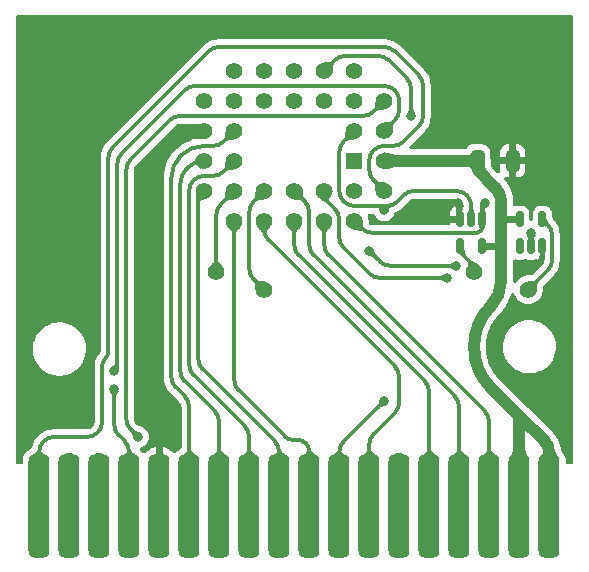
<source format=gbr>
%TF.GenerationSoftware,KiCad,Pcbnew,7.0.6*%
%TF.CreationDate,2023-08-08T09:29:53+02:00*%
%TF.ProjectId,Vectorblade_PLCC32_THT_Kicad7,56656374-6f72-4626-9c61-64655f504c43,rev?*%
%TF.SameCoordinates,Original*%
%TF.FileFunction,Copper,L1,Top*%
%TF.FilePolarity,Positive*%
%FSLAX46Y46*%
G04 Gerber Fmt 4.6, Leading zero omitted, Abs format (unit mm)*
G04 Created by KiCad (PCBNEW 7.0.6) date 2023-08-08 09:29:53*
%MOMM*%
%LPD*%
G01*
G04 APERTURE LIST*
G04 Aperture macros list*
%AMRoundRect*
0 Rectangle with rounded corners*
0 $1 Rounding radius*
0 $2 $3 $4 $5 $6 $7 $8 $9 X,Y pos of 4 corners*
0 Add a 4 corners polygon primitive as box body*
4,1,4,$2,$3,$4,$5,$6,$7,$8,$9,$2,$3,0*
0 Add four circle primitives for the rounded corners*
1,1,$1+$1,$2,$3*
1,1,$1+$1,$4,$5*
1,1,$1+$1,$6,$7*
1,1,$1+$1,$8,$9*
0 Add four rect primitives between the rounded corners*
20,1,$1+$1,$2,$3,$4,$5,0*
20,1,$1+$1,$4,$5,$6,$7,0*
20,1,$1+$1,$6,$7,$8,$9,0*
20,1,$1+$1,$8,$9,$2,$3,0*%
G04 Aperture macros list end*
%TA.AperFunction,ComponentPad*%
%ADD10C,1.422400*%
%TD*%
%TA.AperFunction,ComponentPad*%
%ADD11R,1.422400X1.422400*%
%TD*%
%TA.AperFunction,SMDPad,CuDef*%
%ADD12RoundRect,0.666750X-0.222250X-3.778250X0.222250X-3.778250X0.222250X3.778250X-0.222250X3.778250X0*%
%TD*%
%TA.AperFunction,SMDPad,CuDef*%
%ADD13RoundRect,0.150000X0.150000X-0.512500X0.150000X0.512500X-0.150000X0.512500X-0.150000X-0.512500X0*%
%TD*%
%TA.AperFunction,SMDPad,CuDef*%
%ADD14RoundRect,0.250000X-0.325000X-0.650000X0.325000X-0.650000X0.325000X0.650000X-0.325000X0.650000X0*%
%TD*%
%TA.AperFunction,SMDPad,CuDef*%
%ADD15RoundRect,0.150000X-0.150000X0.512500X-0.150000X-0.512500X0.150000X-0.512500X0.150000X0.512500X0*%
%TD*%
%TA.AperFunction,ViaPad*%
%ADD16C,0.800000*%
%TD*%
%TA.AperFunction,Conductor*%
%ADD17C,0.300000*%
%TD*%
%TA.AperFunction,Conductor*%
%ADD18C,1.240000*%
%TD*%
%TA.AperFunction,Conductor*%
%ADD19C,1.000000*%
%TD*%
%TA.AperFunction,Conductor*%
%ADD20C,0.600000*%
%TD*%
G04 APERTURE END LIST*
D10*
%TO.P,,22,CE*%
%TO.N,/~{CE}*%
X150876000Y-94488000D03*
%TD*%
D11*
%TO.P,U1,1,NC*%
%TO.N,unconnected-(U1-Pad1)*%
X162560000Y-85090000D03*
D10*
%TO.P,U1,2,A16*%
%TO.N,/PB6*%
X165100000Y-82550000D03*
%TO.P,U1,3,A15*%
%TO.N,/V-A15*%
X162560000Y-82550000D03*
%TO.P,U1,4,A12*%
%TO.N,/V-A12*%
X165100000Y-80010000D03*
%TO.P,U1,5,A7*%
%TO.N,/V-A7*%
X162560000Y-77470000D03*
%TO.P,U1,6,A6*%
%TO.N,/V-A6*%
X162560000Y-80010000D03*
%TO.P,U1,7,A5*%
%TO.N,/V-A5*%
X160020000Y-77470000D03*
%TO.P,U1,8,A4*%
%TO.N,/V-A4*%
X160020000Y-80010000D03*
%TO.P,U1,9,A3*%
%TO.N,/V-A3*%
X157480000Y-77470000D03*
%TO.P,U1,10,A2*%
%TO.N,/V-A2*%
X157480000Y-80010000D03*
%TO.P,U1,11,A1*%
%TO.N,/V-A1*%
X154940000Y-77470000D03*
%TO.P,U1,12,A0*%
%TO.N,/V-A0*%
X154940000Y-80010000D03*
%TO.P,U1,13,D0*%
%TO.N,/V-D0*%
X152400000Y-77470000D03*
%TO.P,U1,14,D1*%
%TO.N,/V-D1*%
X149860000Y-80010000D03*
%TO.P,U1,15,D2*%
%TO.N,/V-D2*%
X152400000Y-80010000D03*
%TO.P,U1,16,GND*%
%TO.N,GND*%
X149860000Y-82550000D03*
%TO.P,U1,17,D3*%
%TO.N,/V-D3*%
X152400000Y-82550000D03*
%TO.P,U1,18,D4*%
%TO.N,/V-D4*%
X149860000Y-85090000D03*
%TO.P,U1,19,D5*%
%TO.N,/V-D5*%
X152400000Y-85090000D03*
%TO.P,U1,20,D6*%
%TO.N,/V-D6*%
X149860000Y-87630000D03*
%TO.P,U1,21,D7*%
%TO.N,/V-D7*%
X152400000Y-90170000D03*
%TO.P,U1,22,CE*%
%TO.N,/~{CE}*%
X152400000Y-87630000D03*
%TO.P,U1,23,A10*%
%TO.N,/V-A10*%
X154940000Y-90170000D03*
%TO.P,U1,24,OE*%
%TO.N,/~{OE}*%
X154940000Y-87630000D03*
%TO.P,U1,25,A11*%
%TO.N,/V-A11*%
X157480000Y-90170000D03*
%TO.P,U1,26,A9*%
%TO.N,/V-A9*%
X157480000Y-87630000D03*
%TO.P,U1,27,A8*%
%TO.N,/V-A8*%
X160020000Y-90170000D03*
%TO.P,U1,28,A13*%
%TO.N,/V-A13*%
X160020000Y-87630000D03*
%TO.P,U1,29,A14*%
%TO.N,/V-A14*%
X162560000Y-90170000D03*
%TO.P,U1,30,A17*%
%TO.N,/IRQ*%
X165100000Y-87630000D03*
%TO.P,U1,31,PGM*%
%TO.N,/V-RW*%
X162560000Y-87630000D03*
%TO.P,U1,32,VCC*%
%TO.N,+5V*%
X165100000Y-85090000D03*
%TD*%
D12*
%TO.P,CON3,2,VCC*%
%TO.N,+5V*%
X179070000Y-114300000D03*
%TO.P,CON3,4,VCC2*%
X176530000Y-114300000D03*
%TO.P,CON3,6,A8*%
%TO.N,/V-A8*%
X173990000Y-114300000D03*
%TO.P,CON3,8,A9*%
%TO.N,/V-A9*%
X171450000Y-114300000D03*
%TO.P,CON3,10,A11*%
%TO.N,/V-A11*%
X168910000Y-114300000D03*
%TO.P,CON3,12,OE*%
%TO.N,unconnected-(CON3-Pad12)*%
X166370000Y-114300000D03*
%TO.P,CON3,14,A10*%
%TO.N,/V-A10*%
X163830000Y-114300000D03*
%TO.P,CON3,16,CE*%
%TO.N,/V-A15*%
X161290000Y-114300000D03*
%TO.P,CON3,18,D7*%
%TO.N,/V-D7*%
X158750000Y-114300000D03*
%TO.P,CON3,20,D6*%
%TO.N,/V-D6*%
X156210000Y-114300000D03*
%TO.P,CON3,22,D5*%
%TO.N,/V-D5*%
X153670000Y-114300000D03*
%TO.P,CON3,24,D4*%
%TO.N,/V-D4*%
X151130000Y-114300000D03*
%TO.P,CON3,26,D3*%
%TO.N,/V-D3*%
X148590000Y-114300000D03*
%TO.P,CON3,28,GND2*%
%TO.N,GND*%
X146050000Y-114300000D03*
%TO.P,CON3,30,RW*%
%TO.N,/V-RW*%
X143510000Y-114300000D03*
%TO.P,CON3,32,CART*%
%TO.N,unconnected-(CON3-Pad32)*%
X140970000Y-114300000D03*
%TO.P,CON3,34,NMI*%
%TO.N,unconnected-(CON3-Pad34)*%
X138430000Y-114300000D03*
%TO.P,CON3,36,IRQ*%
%TO.N,/IRQ*%
X135890000Y-114300000D03*
%TD*%
D10*
%TO.P,,22,CE*%
%TO.N,/~{OE}*%
X177292000Y-96012000D03*
%TD*%
D13*
%TO.P,U3,1*%
%TO.N,N/C*%
X176596000Y-92323500D03*
%TO.P,U3,2*%
%TO.N,/V-RW*%
X177546000Y-92323500D03*
%TO.P,U3,3,GND*%
%TO.N,GND*%
X178496000Y-92323500D03*
%TO.P,U3,4*%
%TO.N,/~{OE}*%
X178496000Y-90048500D03*
%TO.P,U3,5,VCC*%
%TO.N,+5V*%
X176596000Y-90048500D03*
%TD*%
D14*
%TO.P,C1,1,1*%
%TO.N,+5V*%
X173023000Y-85090000D03*
%TO.P,C1,2,2*%
%TO.N,GND*%
X175973000Y-85090000D03*
%TD*%
D10*
%TO.P,,24,OE*%
%TO.N,/~{OE}*%
X154940000Y-96012000D03*
%TD*%
%TO.P,,24,OE*%
%TO.N,/~{CE}*%
X172720000Y-94488000D03*
%TD*%
D15*
%TO.P,U2,1*%
%TO.N,/V-A14*%
X173416000Y-90048500D03*
%TO.P,U2,2*%
%TO.N,/V-A15*%
X172466000Y-90048500D03*
%TO.P,U2,3,GND*%
%TO.N,GND*%
X171516000Y-90048500D03*
%TO.P,U2,4*%
%TO.N,/~{CE}*%
X171516000Y-92323500D03*
%TO.P,U2,5,VCC*%
%TO.N,+5V*%
X173416000Y-92323500D03*
%TD*%
D16*
%TO.N,GND*%
X135890000Y-104775000D03*
X175260000Y-82804000D03*
X146050000Y-107188000D03*
X171323000Y-88667977D03*
X147320000Y-105918000D03*
X144780000Y-97536000D03*
X135890000Y-97155000D03*
X177546000Y-94234000D03*
X168656000Y-76962000D03*
X147320000Y-108458000D03*
X144780000Y-94742000D03*
X135890000Y-74930000D03*
X144780000Y-85852000D03*
X171958000Y-81026000D03*
X178816000Y-86995000D03*
X179070000Y-97155000D03*
X179070000Y-74930000D03*
X146050000Y-108458000D03*
X144780000Y-91694000D03*
X171958000Y-83058000D03*
X176403000Y-94234000D03*
X147320000Y-107188000D03*
X176403000Y-86995000D03*
X144780000Y-88900000D03*
X146050000Y-105918000D03*
X144780000Y-100330000D03*
X179070000Y-104775000D03*
%TO.N,/V-A5*%
X167386000Y-81280000D03*
%TO.N,/V-A12*%
X144272000Y-108458000D03*
%TO.N,/V-A13*%
X170434000Y-94996000D03*
%TO.N,/V-A14*%
X173609000Y-88630536D03*
%TO.N,/V-RW*%
X177546000Y-91186000D03*
X171196000Y-93980000D03*
X163830000Y-92710000D03*
X142240000Y-104394000D03*
%TO.N,/PB6*%
X142240000Y-102870000D03*
%TO.N,/V-A15*%
X165100000Y-105410000D03*
X165100000Y-89281000D03*
%TD*%
D17*
%TO.N,/V-A14*%
X172916000Y-91186000D02*
G75*
G03*
X173416000Y-90686000I0J500000D01*
G01*
%TO.N,GND*%
X177546000Y-94234000D02*
X178496000Y-93284000D01*
X171323000Y-88667977D02*
X171516000Y-88860977D01*
D18*
X149860000Y-82550000D02*
X148336000Y-82550000D01*
D17*
X178496000Y-93284000D02*
X178496000Y-92323500D01*
X171516000Y-88860977D02*
X171516000Y-90048500D01*
D19*
%TO.N,+5V*%
X172720000Y-100711382D02*
X172720000Y-100964618D01*
D20*
X176596000Y-90048500D02*
X175006000Y-90048500D01*
D19*
X175006000Y-88564685D02*
X175006000Y-95192462D01*
X173023000Y-85090000D02*
X165100000Y-85090000D01*
X173023000Y-85090000D02*
X173023000Y-85869250D01*
X176530000Y-114300000D02*
X176530000Y-106680000D01*
X174067309Y-104217309D02*
X176530000Y-106680000D01*
X176530000Y-106680000D02*
X178698026Y-108848026D01*
X179070000Y-109746051D02*
X179070000Y-114300000D01*
X173023000Y-85869250D02*
X174502233Y-87348483D01*
D20*
X173416000Y-92323500D02*
X175006000Y-92323500D01*
D19*
X174067318Y-97458700D02*
G75*
G03*
X172720000Y-100711382I3252682J-3252700D01*
G01*
X175006001Y-88564685D02*
G75*
G03*
X174502232Y-87348484I-1720001J-15D01*
G01*
X174067336Y-97458718D02*
G75*
G03*
X175006000Y-95192462I-2266336J2266218D01*
G01*
X179070034Y-109746051D02*
G75*
G03*
X178698026Y-108848026I-1270034J-49D01*
G01*
X172719988Y-100964618D02*
G75*
G03*
X174067309Y-104217309I4600012J18D01*
G01*
D17*
%TO.N,/V-A8*%
X173618025Y-106308025D02*
X160391974Y-93081974D01*
X160020000Y-92183949D02*
X160020000Y-90170000D01*
X173990000Y-114300000D02*
X173990000Y-107206051D01*
X160019966Y-92183949D02*
G75*
G03*
X160391974Y-93081974I1270034J49D01*
G01*
X173990034Y-107206051D02*
G75*
G03*
X173618025Y-106308025I-1270034J-49D01*
G01*
%TO.N,/V-A5*%
X164573949Y-76200000D02*
X161816051Y-76200000D01*
X167014025Y-78114025D02*
X165471974Y-76571974D01*
X160918025Y-76571975D02*
X160020000Y-77470000D01*
X167386000Y-81280000D02*
X167386000Y-79012051D01*
X167386034Y-79012051D02*
G75*
G03*
X167014025Y-78114025I-1270034J-49D01*
G01*
X161816051Y-76199966D02*
G75*
G03*
X160918025Y-76571975I49J-1270034D01*
G01*
X165471950Y-76571998D02*
G75*
G03*
X164573949Y-76200000I-898050J-898002D01*
G01*
%TO.N,/V-A9*%
X158378025Y-88528025D02*
X157480000Y-87630000D01*
X171078025Y-105038025D02*
X159121974Y-93081974D01*
X158750000Y-92183949D02*
X158750000Y-89426051D01*
X171450000Y-114300000D02*
X171450000Y-105936051D01*
X171450034Y-105936051D02*
G75*
G03*
X171078025Y-105038025I-1270034J-49D01*
G01*
X158749966Y-92183949D02*
G75*
G03*
X159121974Y-93081974I1270034J49D01*
G01*
X158750034Y-89426051D02*
G75*
G03*
X158378025Y-88528025I-1270034J-49D01*
G01*
%TO.N,/V-A11*%
X168910000Y-114300000D02*
X168910000Y-104666051D01*
X168538025Y-103768025D02*
X157851974Y-93081974D01*
X157480000Y-92183949D02*
X157480000Y-90170000D01*
X168910034Y-104666051D02*
G75*
G03*
X168538025Y-103768025I-1270034J-49D01*
G01*
X157479966Y-92183949D02*
G75*
G03*
X157851974Y-93081974I1270034J49D01*
G01*
%TO.N,/V-A10*%
X166370000Y-105518949D02*
X166370000Y-103396051D01*
X164201975Y-108213025D02*
X165998026Y-106416974D01*
X165998025Y-102498025D02*
X155311974Y-91811974D01*
X154940000Y-90913949D02*
X154940000Y-90170000D01*
X163830000Y-114300000D02*
X163830000Y-109111051D01*
X154939966Y-90913949D02*
G75*
G03*
X155311974Y-91811974I1270034J49D01*
G01*
X165998002Y-106416950D02*
G75*
G03*
X166370000Y-105518949I-898002J898050D01*
G01*
X164201999Y-108213049D02*
G75*
G03*
X163830000Y-109111051I898001J-898051D01*
G01*
X166370034Y-103396051D02*
G75*
G03*
X165998025Y-102498025I-1270034J-49D01*
G01*
%TO.N,/V-D7*%
X152400000Y-103613949D02*
X152400000Y-90170000D01*
X157750000Y-108712000D02*
X157386214Y-108712000D01*
X156679107Y-108419107D02*
X152771974Y-104511974D01*
X158750000Y-114300000D02*
X158750000Y-109712000D01*
X152399966Y-103613949D02*
G75*
G03*
X152771974Y-104511974I1270034J49D01*
G01*
X158750000Y-109712000D02*
G75*
G03*
X157750000Y-108712000I-1000000J0D01*
G01*
X156679100Y-108419114D02*
G75*
G03*
X157386214Y-108712000I707100J707114D01*
G01*
%TO.N,/V-D6*%
X149352000Y-88138000D02*
X149352000Y-101835949D01*
X149723975Y-102733975D02*
X155838026Y-108848026D01*
X156210000Y-109746051D02*
X156210000Y-114300000D01*
X149860000Y-87630000D02*
X149352000Y-88138000D01*
X149351966Y-101835949D02*
G75*
G03*
X149723975Y-102733975I1270034J49D01*
G01*
X156210034Y-109746051D02*
G75*
G03*
X155838026Y-108848026I-1270034J-49D01*
G01*
%TO.N,/V-D5*%
X149860000Y-86360000D02*
X150603949Y-86360000D01*
X151501975Y-85988025D02*
X152400000Y-85090000D01*
X153670000Y-114300000D02*
X153670000Y-108476051D01*
X153298025Y-107578025D02*
X148961974Y-103241974D01*
X148590000Y-102343949D02*
X148590000Y-87630000D01*
X150603949Y-86360034D02*
G75*
G03*
X151501975Y-85988025I-49J1270034D01*
G01*
X153670034Y-108476051D02*
G75*
G03*
X153298025Y-107578025I-1270034J-49D01*
G01*
X148589966Y-102343949D02*
G75*
G03*
X148961974Y-103241974I1270034J49D01*
G01*
X149860000Y-86360000D02*
G75*
G03*
X148590000Y-87630000I0J-1270000D01*
G01*
%TO.N,/V-D4*%
X147828000Y-102851949D02*
X147828000Y-87122001D01*
X150758025Y-106308025D02*
X148199974Y-103749974D01*
X151130000Y-114300000D02*
X151130000Y-107206051D01*
X149860000Y-85090000D02*
G75*
G03*
X147828000Y-87122001I0J-2032000D01*
G01*
X147827966Y-102851949D02*
G75*
G03*
X148199974Y-103749974I1270034J49D01*
G01*
X151130034Y-107206051D02*
G75*
G03*
X150758025Y-106308025I-1270034J-49D01*
G01*
%TO.N,/V-D3*%
X151501975Y-83448025D02*
X152400000Y-82550000D01*
X148590000Y-114300000D02*
X148590000Y-105936051D01*
X149856609Y-83820000D02*
X150603949Y-83820000D01*
X148218025Y-105038025D02*
X147437974Y-104257974D01*
X147066000Y-103359949D02*
X147066000Y-86610609D01*
X150603949Y-83820034D02*
G75*
G03*
X151501975Y-83448025I-49J1270034D01*
G01*
X147065966Y-103359949D02*
G75*
G03*
X147437974Y-104257974I1270034J49D01*
G01*
X149856609Y-83820000D02*
G75*
G03*
X147066000Y-86610609I-9J-2790600D01*
G01*
X148590034Y-105936051D02*
G75*
G03*
X148218025Y-105038025I-1270034J-49D01*
G01*
%TO.N,/V-A12*%
X143256000Y-106915949D02*
X143256000Y-85870051D01*
X164201975Y-80908025D02*
X165100000Y-80010000D01*
X144272000Y-108458000D02*
X143627974Y-107813974D01*
X143627975Y-84972025D02*
X146948026Y-81651974D01*
X147846051Y-81280000D02*
X163303949Y-81280000D01*
X163303949Y-81280034D02*
G75*
G03*
X164201975Y-80908025I-49J1270034D01*
G01*
X147846051Y-81279966D02*
G75*
G03*
X146948026Y-81651974I49J-1270034D01*
G01*
X143627999Y-84972049D02*
G75*
G03*
X143256000Y-85870051I898001J-898051D01*
G01*
X143255966Y-106915949D02*
G75*
G03*
X143627974Y-107813974I1270034J49D01*
G01*
%TO.N,/V-A13*%
X160918025Y-89163025D02*
X160020000Y-88265000D01*
X161290000Y-91548949D02*
X161290000Y-90061051D01*
X160020000Y-88265000D02*
X160020000Y-87630000D01*
X163839025Y-94624025D02*
X161661974Y-92446974D01*
X170434000Y-94996000D02*
X164737051Y-94996000D01*
X161290034Y-90061051D02*
G75*
G03*
X160918025Y-89163025I-1270034J-49D01*
G01*
X163839049Y-94624001D02*
G75*
G03*
X164737051Y-94996000I898051J898001D01*
G01*
X161289966Y-91548949D02*
G75*
G03*
X161661974Y-92446974I1270034J49D01*
G01*
%TO.N,/V-A14*%
X163204025Y-90814025D02*
X162560000Y-90170000D01*
X172916000Y-91186000D02*
X164102051Y-91186000D01*
X173609000Y-88630536D02*
X173416000Y-88823536D01*
X173416000Y-88823536D02*
X173416000Y-90048500D01*
X173416000Y-90048500D02*
X173416000Y-90686000D01*
X163204049Y-90814001D02*
G75*
G03*
X164102051Y-91186000I898051J898001D01*
G01*
%TO.N,/V-RW*%
X165626051Y-93980000D02*
X171196000Y-93980000D01*
X163830000Y-92710000D02*
X164728026Y-93608026D01*
X143510000Y-109746051D02*
X143510000Y-114300000D01*
X177546000Y-91186000D02*
X177546000Y-92323500D01*
X142240000Y-104394000D02*
X142240000Y-107423949D01*
X142611975Y-108321975D02*
X143138026Y-108848026D01*
X164728050Y-93608002D02*
G75*
G03*
X165626051Y-93980000I898050J898002D01*
G01*
X143510034Y-109746051D02*
G75*
G03*
X143138026Y-108848026I-1270034J-49D01*
G01*
X142239966Y-107423949D02*
G75*
G03*
X142611975Y-108321975I1270034J49D01*
G01*
%TO.N,/PB6*%
X166370000Y-80010000D02*
X166370000Y-80753949D01*
X165998025Y-81651975D02*
X165100000Y-82550000D01*
X142240000Y-102870000D02*
X142494000Y-102616000D01*
X142865975Y-84464025D02*
X148218026Y-79111974D01*
X149116051Y-78740000D02*
X165100000Y-78740000D01*
X142494000Y-102616000D02*
X142494000Y-85362051D01*
X166370000Y-80010000D02*
G75*
G03*
X165100000Y-78740000I-1270000J0D01*
G01*
X149116051Y-78739966D02*
G75*
G03*
X148218026Y-79111974I49J-1270034D01*
G01*
X165998001Y-81651951D02*
G75*
G03*
X166370000Y-80753949I-898001J898051D01*
G01*
X142865999Y-84464049D02*
G75*
G03*
X142494000Y-85362051I898001J-898051D01*
G01*
%TO.N,/IRQ*%
X139954000Y-108458000D02*
X137160000Y-108458000D01*
X166741975Y-83448025D02*
X168030026Y-82159974D01*
X165081949Y-75438000D02*
X151148051Y-75438000D01*
X135890000Y-109728000D02*
X135890000Y-114300000D01*
X141483041Y-101826974D02*
X141472959Y-101837056D01*
X163830000Y-85833949D02*
X163830000Y-85090000D01*
X165100000Y-87630000D02*
X164201974Y-86731974D01*
X150250025Y-75809975D02*
X142103974Y-83956026D01*
X168030025Y-77860025D02*
X165979974Y-75809974D01*
X165100000Y-83820000D02*
X165843949Y-83820000D01*
X141224000Y-102438097D02*
X141224000Y-107188000D01*
X168402000Y-81261949D02*
X168402000Y-78758051D01*
X141732000Y-84854051D02*
X141732000Y-101225933D01*
X141483024Y-101826957D02*
G75*
G03*
X141732000Y-101225933I-601024J601057D01*
G01*
X141472961Y-101837058D02*
G75*
G03*
X141224000Y-102438097I601039J-601042D01*
G01*
X137160000Y-108458000D02*
G75*
G03*
X135890000Y-109728000I0J-1270000D01*
G01*
X165843949Y-83820034D02*
G75*
G03*
X166741975Y-83448025I-49J1270034D01*
G01*
X142103998Y-83956050D02*
G75*
G03*
X141732000Y-84854051I898002J-898050D01*
G01*
X165979950Y-75809998D02*
G75*
G03*
X165081949Y-75438000I-898050J-898002D01*
G01*
X165100000Y-83820000D02*
G75*
G03*
X163830000Y-85090000I0J-1270000D01*
G01*
X168402034Y-78758051D02*
G75*
G03*
X168030025Y-77860025I-1270034J-49D01*
G01*
X163829966Y-85833949D02*
G75*
G03*
X164201974Y-86731974I1270034J49D01*
G01*
X151148051Y-75437966D02*
G75*
G03*
X150250025Y-75809975I49J-1270034D01*
G01*
X139954000Y-108458000D02*
G75*
G03*
X141224000Y-107188000I0J1270000D01*
G01*
X168030002Y-82159950D02*
G75*
G03*
X168402000Y-81261949I-898002J898050D01*
G01*
%TO.N,/V-A15*%
X164846000Y-88900000D02*
X165100000Y-88900000D01*
X164846000Y-89027000D02*
X164846000Y-88900000D01*
X162560000Y-88900000D02*
X164846000Y-88900000D01*
X162560000Y-82550000D02*
X161661974Y-83448026D01*
X172466000Y-88900000D02*
X172466000Y-90048500D01*
X165335949Y-88900000D02*
X165335949Y-89045051D01*
X161290000Y-109746051D02*
X161290000Y-114300000D01*
X165100000Y-89281000D02*
X164846000Y-89027000D01*
X165100000Y-105410000D02*
X161661974Y-108848026D01*
X165335949Y-89045051D02*
X165100000Y-89281000D01*
X166233975Y-88528025D02*
X166760026Y-88001974D01*
X167658051Y-87630000D02*
X171196000Y-87630000D01*
X161290000Y-84346051D02*
X161290000Y-87630000D01*
X165100000Y-88900000D02*
X165335949Y-88900000D01*
X165100000Y-89281000D02*
X165100000Y-88900000D01*
X172466000Y-88900000D02*
G75*
G03*
X171196000Y-87630000I-1270000J0D01*
G01*
X161290000Y-87630000D02*
G75*
G03*
X162560000Y-88900000I1270000J0D01*
G01*
X161661998Y-108848050D02*
G75*
G03*
X161290000Y-109746051I898002J-898050D01*
G01*
X165335949Y-88900034D02*
G75*
G03*
X166233975Y-88528025I-49J1270034D01*
G01*
X161661998Y-83448050D02*
G75*
G03*
X161290000Y-84346051I898002J-898050D01*
G01*
X167658051Y-87629966D02*
G75*
G03*
X166760026Y-88001974I49J-1270034D01*
G01*
%TO.N,/~{CE}*%
X150876000Y-89680051D02*
X150876000Y-94488000D01*
X152400000Y-87630000D02*
X151247974Y-88782026D01*
X171516000Y-92776000D02*
X172720000Y-93980000D01*
X172720000Y-93980000D02*
X172720000Y-94488000D01*
X171516000Y-92323500D02*
X171516000Y-92776000D01*
X151247998Y-88782050D02*
G75*
G03*
X150876000Y-89680051I898002J-898050D01*
G01*
%TO.N,/~{OE}*%
X179324000Y-93453949D02*
X179324000Y-91402551D01*
X177292000Y-96012000D02*
X178952026Y-94351974D01*
X154041975Y-95113975D02*
X154940000Y-96012000D01*
X153670000Y-89426051D02*
X153670000Y-94215949D01*
X178952025Y-90504525D02*
X178496000Y-90048500D01*
X154940000Y-87630000D02*
X154041974Y-88528026D01*
X154041998Y-88528050D02*
G75*
G03*
X153670000Y-89426051I898002J-898050D01*
G01*
X179324034Y-91402551D02*
G75*
G03*
X178952025Y-90504525I-1270034J-49D01*
G01*
X153669966Y-94215949D02*
G75*
G03*
X154041975Y-95113975I1270034J49D01*
G01*
X178952002Y-94351950D02*
G75*
G03*
X179324000Y-93453949I-898002J898050D01*
G01*
%TD*%
%TA.AperFunction,Conductor*%
%TO.N,GND*%
G36*
X181013000Y-72756062D02*
G01*
X181067538Y-72810600D01*
X181087500Y-72885100D01*
X181087500Y-110595000D01*
X181067538Y-110669500D01*
X181013000Y-110724038D01*
X180938500Y-110744000D01*
X180608500Y-110744000D01*
X180534000Y-110724038D01*
X180479462Y-110669500D01*
X180459500Y-110595000D01*
X180459500Y-110449700D01*
X180459500Y-110449698D01*
X180453260Y-110359796D01*
X180403732Y-110149219D01*
X180386974Y-110111266D01*
X180384669Y-110105383D01*
X180373425Y-110072663D01*
X180361063Y-110051438D01*
X180357294Y-110044046D01*
X180316355Y-109951327D01*
X180194103Y-109772861D01*
X180194102Y-109772860D01*
X180193339Y-109771746D01*
X180181668Y-109751455D01*
X180160684Y-109707261D01*
X180131707Y-109641345D01*
X180101799Y-109568260D01*
X180071150Y-109488193D01*
X180054746Y-109442571D01*
X180046899Y-109408858D01*
X180041967Y-109365091D01*
X180041965Y-109365085D01*
X180041965Y-109365079D01*
X179999436Y-109178781D01*
X179985212Y-109116470D01*
X179900977Y-108875766D01*
X179790322Y-108646007D01*
X179654638Y-108430082D01*
X179654636Y-108430080D01*
X179654634Y-108430076D01*
X179495638Y-108230712D01*
X179405467Y-108140547D01*
X177317897Y-106052977D01*
X177317895Y-106052974D01*
X177266362Y-106001441D01*
X177262513Y-105997287D01*
X177222867Y-105951106D01*
X177196330Y-105930564D01*
X177189246Y-105924324D01*
X174776068Y-103511147D01*
X174773547Y-103508498D01*
X174586442Y-103302062D01*
X174540004Y-103250826D01*
X174535368Y-103245177D01*
X174329299Y-102967327D01*
X174325241Y-102961254D01*
X174147396Y-102664540D01*
X174143952Y-102658095D01*
X173996056Y-102345398D01*
X173993256Y-102338639D01*
X173911291Y-102109566D01*
X173876719Y-102012944D01*
X173874596Y-102005947D01*
X173790542Y-101670386D01*
X173789118Y-101663235D01*
X173738356Y-101321027D01*
X173737643Y-101313790D01*
X173720589Y-100966685D01*
X173720500Y-100963038D01*
X173720500Y-100900969D01*
X175143723Y-100900969D01*
X175150150Y-100964858D01*
X175173882Y-101200762D01*
X175173883Y-101200768D01*
X175243729Y-101493854D01*
X175243731Y-101493862D01*
X175264767Y-101548479D01*
X175311718Y-101670386D01*
X175352025Y-101775038D01*
X175496820Y-102039257D01*
X175496825Y-102039265D01*
X175675554Y-102281838D01*
X175885020Y-102498424D01*
X176121485Y-102685158D01*
X176380730Y-102838709D01*
X176658128Y-102956336D01*
X176948729Y-103035940D01*
X177247347Y-103076100D01*
X177473251Y-103076100D01*
X177670460Y-103062898D01*
X177698634Y-103061012D01*
X177859129Y-103028389D01*
X177993894Y-103000998D01*
X177993895Y-103000997D01*
X177993903Y-103000996D01*
X178278537Y-102902160D01*
X178547459Y-102766268D01*
X178795869Y-102595744D01*
X179019333Y-102393632D01*
X179213865Y-102163539D01*
X179375993Y-101909570D01*
X179502823Y-101636258D01*
X179592093Y-101348479D01*
X179633843Y-101100967D01*
X179642208Y-101051377D01*
X179642208Y-101051375D01*
X179642209Y-101051370D01*
X179652277Y-100750231D01*
X179622118Y-100450438D01*
X179552269Y-100157339D01*
X179443977Y-99876166D01*
X179329082Y-99666508D01*
X179299179Y-99611942D01*
X179299174Y-99611934D01*
X179207613Y-99487667D01*
X179120446Y-99369362D01*
X178910980Y-99152776D01*
X178733337Y-99012493D01*
X178674518Y-98966044D01*
X178645806Y-98949038D01*
X178576870Y-98908206D01*
X178415274Y-98812493D01*
X178415271Y-98812492D01*
X178415270Y-98812491D01*
X178327091Y-98775100D01*
X178137876Y-98694865D01*
X178137869Y-98694863D01*
X177847271Y-98615260D01*
X177548653Y-98575100D01*
X177322756Y-98575100D01*
X177322749Y-98575100D01*
X177097366Y-98590187D01*
X176802105Y-98650201D01*
X176802094Y-98650205D01*
X176517467Y-98749038D01*
X176248546Y-98884929D01*
X176248540Y-98884932D01*
X176000127Y-99055459D01*
X175776669Y-99257565D01*
X175776657Y-99257578D01*
X175582143Y-99487651D01*
X175582131Y-99487667D01*
X175420005Y-99741633D01*
X175293177Y-100014941D01*
X175203906Y-100302720D01*
X175203905Y-100302728D01*
X175153791Y-100599822D01*
X175147105Y-100799822D01*
X175143723Y-100900969D01*
X173720500Y-100900969D01*
X173720500Y-100713197D01*
X173720590Y-100709541D01*
X173723494Y-100650431D01*
X173737655Y-100362208D01*
X173738367Y-100354975D01*
X173789129Y-100012779D01*
X173790554Y-100005616D01*
X173839069Y-99811934D01*
X173874610Y-99670045D01*
X173876729Y-99663064D01*
X173993269Y-99337358D01*
X173996067Y-99330607D01*
X174030612Y-99257568D01*
X174143971Y-99017891D01*
X174147402Y-99011473D01*
X174325257Y-98714742D01*
X174329296Y-98708695D01*
X174535384Y-98430820D01*
X174540004Y-98425192D01*
X174773227Y-98167869D01*
X174775688Y-98165286D01*
X174904646Y-98036323D01*
X174904648Y-98036321D01*
X175140685Y-97755009D01*
X175164178Y-97721454D01*
X175351312Y-97454188D01*
X175398797Y-97371936D01*
X175534916Y-97136162D01*
X175534916Y-97136161D01*
X175567924Y-97065373D01*
X175690108Y-96803335D01*
X175815700Y-96458253D01*
X175842492Y-96358258D01*
X175881051Y-96291468D01*
X175947845Y-96252902D01*
X176024973Y-96252900D01*
X176091769Y-96291462D01*
X176130335Y-96358256D01*
X176130335Y-96358258D01*
X176149023Y-96428001D01*
X176149026Y-96428009D01*
X176238626Y-96620158D01*
X176238628Y-96620163D01*
X176238629Y-96620164D01*
X176360239Y-96793841D01*
X176510159Y-96943761D01*
X176683836Y-97065371D01*
X176875991Y-97154974D01*
X177080787Y-97209849D01*
X177271748Y-97226556D01*
X177291999Y-97228328D01*
X177292000Y-97228328D01*
X177292001Y-97228328D01*
X177308993Y-97226841D01*
X177503213Y-97209849D01*
X177708009Y-97154974D01*
X177900164Y-97065371D01*
X178073841Y-96943761D01*
X178223761Y-96793841D01*
X178345371Y-96620164D01*
X178425926Y-96447411D01*
X178430672Y-96438227D01*
X178430770Y-96437943D01*
X178433628Y-96430893D01*
X178434974Y-96428009D01*
X178436833Y-96421071D01*
X178438407Y-96415943D01*
X178477012Y-96304731D01*
X178481168Y-96291462D01*
X178481632Y-96289981D01*
X178486017Y-96274317D01*
X178486941Y-96270570D01*
X178489764Y-96259138D01*
X178518739Y-96123930D01*
X178521357Y-96109748D01*
X178523617Y-96095195D01*
X178523679Y-96094714D01*
X178525355Y-96081575D01*
X178537715Y-95958053D01*
X178538910Y-95938545D01*
X178541579Y-95828108D01*
X178542182Y-95754547D01*
X178562754Y-95680213D01*
X178579609Y-95657008D01*
X178604563Y-95628821D01*
X178625715Y-95604928D01*
X178641742Y-95585358D01*
X178650291Y-95574920D01*
X178650293Y-95574915D01*
X178653673Y-95570789D01*
X178658624Y-95565320D01*
X179440937Y-94783009D01*
X179440940Y-94783004D01*
X179442212Y-94781733D01*
X179442916Y-94780981D01*
X179500972Y-94722931D01*
X179654232Y-94523210D01*
X179780113Y-94305193D01*
X179876461Y-94072610D01*
X179941627Y-93829442D01*
X179974496Y-93579848D01*
X179974496Y-93547014D01*
X179974500Y-93546980D01*
X179974500Y-93443713D01*
X179974500Y-93435128D01*
X179974503Y-93380680D01*
X179974501Y-93380674D01*
X179974502Y-93376681D01*
X179974500Y-93376627D01*
X179974500Y-91480019D01*
X179974502Y-91479970D01*
X179974502Y-91475824D01*
X179974503Y-91475820D01*
X179974502Y-91464277D01*
X179974535Y-91464153D01*
X179974533Y-91402526D01*
X179974534Y-91402526D01*
X179974529Y-91276649D01*
X179941660Y-91027051D01*
X179876493Y-90783878D01*
X179780143Y-90551291D01*
X179654260Y-90333270D01*
X179500996Y-90133545D01*
X179473974Y-90106525D01*
X179457496Y-90086939D01*
X179450801Y-90077428D01*
X179431719Y-90048699D01*
X179415899Y-90023530D01*
X179411833Y-90017060D01*
X179391247Y-89982558D01*
X179370052Y-89945222D01*
X179348317Y-89905085D01*
X179326118Y-89862201D01*
X179312004Y-89833731D01*
X179296500Y-89767550D01*
X179296500Y-89470310D01*
X179296440Y-89469547D01*
X179293598Y-89433431D01*
X179247744Y-89275602D01*
X179164081Y-89134135D01*
X179047865Y-89017919D01*
X178957766Y-88964635D01*
X178906400Y-88934257D01*
X178906399Y-88934256D01*
X178906398Y-88934256D01*
X178827456Y-88911321D01*
X178748571Y-88888402D01*
X178736277Y-88887434D01*
X178711694Y-88885500D01*
X178280306Y-88885500D01*
X178259234Y-88887158D01*
X178243428Y-88888402D01*
X178085599Y-88934257D01*
X177944136Y-89017918D01*
X177944133Y-89017920D01*
X177827920Y-89134133D01*
X177827918Y-89134136D01*
X177744257Y-89275599D01*
X177698402Y-89433428D01*
X177695500Y-89470310D01*
X177695500Y-90004055D01*
X177675538Y-90078555D01*
X177621000Y-90133093D01*
X177546500Y-90153055D01*
X177472000Y-90133093D01*
X177417462Y-90078555D01*
X177398437Y-90020738D01*
X177396969Y-90007709D01*
X177396500Y-89999361D01*
X177396500Y-89470310D01*
X177396440Y-89469547D01*
X177393598Y-89433431D01*
X177347744Y-89275602D01*
X177264081Y-89134135D01*
X177147865Y-89017919D01*
X177057766Y-88964635D01*
X177006400Y-88934257D01*
X177006399Y-88934256D01*
X177006398Y-88934256D01*
X176927456Y-88911321D01*
X176848571Y-88888402D01*
X176836277Y-88887434D01*
X176811694Y-88885500D01*
X176380306Y-88885500D01*
X176359234Y-88887158D01*
X176343428Y-88888402D01*
X176197070Y-88930924D01*
X176119959Y-88932539D01*
X176052371Y-88895382D01*
X176012416Y-88829410D01*
X176006500Y-88787840D01*
X176006500Y-88661041D01*
X176006501Y-88661020D01*
X176006501Y-88619107D01*
X176006500Y-88513765D01*
X176006500Y-88411899D01*
X175972287Y-88108266D01*
X175904294Y-87810373D01*
X175803375Y-87521966D01*
X175670800Y-87246671D01*
X175508236Y-86987951D01*
X175508231Y-86987943D01*
X175317731Y-86749062D01*
X175284827Y-86716157D01*
X175284819Y-86716148D01*
X175283736Y-86715065D01*
X175283496Y-86714650D01*
X175278693Y-86709210D01*
X175275842Y-86705543D01*
X175277495Y-86704256D01*
X175245172Y-86648270D01*
X175245172Y-86571142D01*
X175283736Y-86504347D01*
X175350531Y-86465783D01*
X175427659Y-86465783D01*
X175435964Y-86468269D01*
X175493677Y-86487393D01*
X175597496Y-86498000D01*
X175673000Y-86498000D01*
X175673000Y-85390000D01*
X176273000Y-85390000D01*
X176273000Y-86498000D01*
X176348504Y-86498000D01*
X176452324Y-86487393D01*
X176620524Y-86431657D01*
X176771335Y-86338637D01*
X176896637Y-86213335D01*
X176989657Y-86062524D01*
X177045393Y-85894324D01*
X177056000Y-85790503D01*
X177056000Y-85390000D01*
X176273000Y-85390000D01*
X175673000Y-85390000D01*
X174890000Y-85390000D01*
X174890000Y-85790503D01*
X174900606Y-85894324D01*
X174919730Y-85952036D01*
X174924215Y-86029034D01*
X174889600Y-86097958D01*
X174825161Y-86140341D01*
X174748163Y-86144826D01*
X174679239Y-86110211D01*
X174672934Y-86104263D01*
X174223198Y-85654527D01*
X174184634Y-85587732D01*
X174180937Y-85569397D01*
X174176886Y-85539837D01*
X174165866Y-85458309D01*
X174154839Y-85375630D01*
X174143810Y-85291804D01*
X174132775Y-85206830D01*
X174121737Y-85120710D01*
X174110694Y-85033444D01*
X174100723Y-84953641D01*
X174100311Y-84950618D01*
X174100487Y-84951684D01*
X174098499Y-84927426D01*
X174098499Y-84790000D01*
X174890000Y-84790000D01*
X175673000Y-84790000D01*
X175673000Y-83682000D01*
X176273000Y-83682000D01*
X176273000Y-84790000D01*
X177056000Y-84790000D01*
X177056000Y-84389496D01*
X177045393Y-84285675D01*
X176989657Y-84117475D01*
X176896637Y-83966664D01*
X176771335Y-83841362D01*
X176620524Y-83748342D01*
X176452324Y-83692606D01*
X176348504Y-83682000D01*
X176273000Y-83682000D01*
X175673000Y-83682000D01*
X175597496Y-83682000D01*
X175493675Y-83692606D01*
X175325475Y-83748342D01*
X175174664Y-83841362D01*
X175049362Y-83966664D01*
X174956342Y-84117475D01*
X174900606Y-84285675D01*
X174890000Y-84389496D01*
X174890000Y-84790000D01*
X174098499Y-84790000D01*
X174098499Y-84389996D01*
X174096711Y-84372493D01*
X174087999Y-84287203D01*
X174032814Y-84120666D01*
X173940712Y-83971344D01*
X173816656Y-83847288D01*
X173667334Y-83755186D01*
X173583445Y-83727388D01*
X173500798Y-83700001D01*
X173483665Y-83698250D01*
X173398009Y-83689500D01*
X173398004Y-83689500D01*
X172647996Y-83689500D01*
X172545202Y-83700001D01*
X172378666Y-83755186D01*
X172229343Y-83847288D01*
X172105287Y-83971345D01*
X172076066Y-84018721D01*
X172019965Y-84071650D01*
X171949249Y-84089500D01*
X167380163Y-84089500D01*
X167305663Y-84069538D01*
X167251125Y-84015000D01*
X167231163Y-83940500D01*
X167251125Y-83866000D01*
X167274804Y-83835141D01*
X167841347Y-83268598D01*
X168518937Y-82591009D01*
X168518940Y-82591004D01*
X168520212Y-82589733D01*
X168520916Y-82588981D01*
X168578972Y-82530931D01*
X168732232Y-82331210D01*
X168858113Y-82113193D01*
X168954461Y-81880610D01*
X169019627Y-81637442D01*
X169052496Y-81387848D01*
X169052496Y-81355014D01*
X169052500Y-81354980D01*
X169052500Y-81255509D01*
X169052500Y-81255508D01*
X169052503Y-81188680D01*
X169052501Y-81188674D01*
X169052502Y-81184681D01*
X169052500Y-81184626D01*
X169052500Y-78835519D01*
X169052502Y-78835470D01*
X169052502Y-78831324D01*
X169052503Y-78831320D01*
X169052502Y-78819777D01*
X169052535Y-78819653D01*
X169052533Y-78758026D01*
X169052534Y-78758026D01*
X169052529Y-78632149D01*
X169019660Y-78382551D01*
X168954493Y-78139378D01*
X168858143Y-77906791D01*
X168732260Y-77688770D01*
X168578996Y-77489045D01*
X168504820Y-77414874D01*
X166411009Y-75321063D01*
X166411008Y-75321063D01*
X166409711Y-75319765D01*
X166408924Y-75319025D01*
X166350933Y-75261030D01*
X166350927Y-75261024D01*
X166151212Y-75107769D01*
X166128166Y-75094463D01*
X165933193Y-74981887D01*
X165790547Y-74922795D01*
X165700611Y-74885539D01*
X165593414Y-74856811D01*
X165457442Y-74820373D01*
X165457439Y-74820372D01*
X165293643Y-74798802D01*
X165207848Y-74787504D01*
X165207845Y-74787503D01*
X165207843Y-74787503D01*
X165168271Y-74787502D01*
X165168225Y-74787500D01*
X165164126Y-74787500D01*
X165081974Y-74787500D01*
X165008680Y-74787497D01*
X165008679Y-74787497D01*
X165004530Y-74787497D01*
X165004481Y-74787500D01*
X151225519Y-74787500D01*
X151225467Y-74787497D01*
X151209773Y-74787497D01*
X151209649Y-74787464D01*
X151022155Y-74787470D01*
X150772554Y-74820339D01*
X150529374Y-74885508D01*
X150296788Y-74981858D01*
X150078773Y-75107738D01*
X150078770Y-75107740D01*
X150022351Y-75151034D01*
X149879044Y-75261004D01*
X149841959Y-75298091D01*
X149804874Y-75335179D01*
X145709648Y-79430405D01*
X141613781Y-83526272D01*
X141613059Y-83527040D01*
X141555027Y-83585069D01*
X141401769Y-83784787D01*
X141367959Y-83843344D01*
X141275887Y-84002807D01*
X141275886Y-84002810D01*
X141179539Y-84235388D01*
X141114372Y-84478561D01*
X141081503Y-84728159D01*
X141081502Y-84768009D01*
X141081500Y-84768060D01*
X141081500Y-84854026D01*
X141081497Y-84931469D01*
X141081500Y-84931519D01*
X141081500Y-101221021D01*
X141080861Y-101230761D01*
X141077261Y-101258094D01*
X141067194Y-101295657D01*
X141062275Y-101307532D01*
X141042826Y-101341218D01*
X141025931Y-101363235D01*
X141019499Y-101370569D01*
X140968478Y-101421588D01*
X140968430Y-101421640D01*
X140943447Y-101446625D01*
X140943442Y-101446630D01*
X140823705Y-101602673D01*
X140786657Y-101666843D01*
X140725356Y-101773018D01*
X140700675Y-101832603D01*
X140650085Y-101954737D01*
X140599177Y-102144725D01*
X140599174Y-102144741D01*
X140573500Y-102339745D01*
X140573500Y-107183814D01*
X140573031Y-107192162D01*
X140559847Y-107309171D01*
X140552422Y-107341700D01*
X140517694Y-107440945D01*
X140503218Y-107471005D01*
X140447278Y-107560034D01*
X140426475Y-107586121D01*
X140352121Y-107660475D01*
X140326034Y-107681278D01*
X140237005Y-107737218D01*
X140206945Y-107751694D01*
X140107700Y-107786422D01*
X140075171Y-107793847D01*
X139958162Y-107807031D01*
X139949814Y-107807500D01*
X137034118Y-107807500D01*
X136784540Y-107840357D01*
X136784523Y-107840360D01*
X136541355Y-107905515D01*
X136308754Y-108001863D01*
X136090739Y-108127735D01*
X136090736Y-108127736D01*
X136090738Y-108127736D01*
X135891009Y-108280993D01*
X135891007Y-108280994D01*
X135891003Y-108280998D01*
X135712998Y-108459003D01*
X135712994Y-108459007D01*
X135712993Y-108459009D01*
X135649360Y-108541938D01*
X135559735Y-108658739D01*
X135433863Y-108876754D01*
X135337516Y-109109354D01*
X135274094Y-109346052D01*
X135239617Y-109408595D01*
X135219684Y-109430172D01*
X135170423Y-109465369D01*
X135097328Y-109497643D01*
X135097326Y-109497645D01*
X134918860Y-109619897D01*
X134872055Y-109666701D01*
X134868260Y-109670240D01*
X134848467Y-109687449D01*
X134848463Y-109687453D01*
X134841553Y-109696367D01*
X134835350Y-109703406D01*
X134765896Y-109772862D01*
X134765894Y-109772864D01*
X134643646Y-109951325D01*
X134556266Y-110149223D01*
X134506741Y-110359789D01*
X134506739Y-110359805D01*
X134500500Y-110449700D01*
X134500500Y-110595000D01*
X134480538Y-110669500D01*
X134426000Y-110724038D01*
X134351500Y-110744000D01*
X134057500Y-110744000D01*
X133983000Y-110724038D01*
X133928462Y-110669500D01*
X133908500Y-110595000D01*
X133908500Y-101100969D01*
X135343723Y-101100969D01*
X135364503Y-101307532D01*
X135373882Y-101400762D01*
X135373883Y-101400768D01*
X135443729Y-101693854D01*
X135443731Y-101693861D01*
X135544995Y-101956787D01*
X135552025Y-101975038D01*
X135696820Y-102239257D01*
X135696825Y-102239265D01*
X135875554Y-102481838D01*
X136085020Y-102698424D01*
X136321485Y-102885158D01*
X136580730Y-103038709D01*
X136824784Y-103142196D01*
X136855821Y-103155358D01*
X136858128Y-103156336D01*
X137148729Y-103235940D01*
X137447347Y-103276100D01*
X137673251Y-103276100D01*
X137870460Y-103262898D01*
X137898634Y-103261012D01*
X138059129Y-103228389D01*
X138193894Y-103200998D01*
X138193895Y-103200997D01*
X138193903Y-103200996D01*
X138478537Y-103102160D01*
X138747459Y-102966268D01*
X138995869Y-102795744D01*
X139219333Y-102593632D01*
X139413865Y-102363539D01*
X139575993Y-102109570D01*
X139702823Y-101836258D01*
X139792093Y-101548479D01*
X139842209Y-101251370D01*
X139852277Y-100950231D01*
X139822118Y-100650438D01*
X139752269Y-100357339D01*
X139643977Y-100076166D01*
X139499175Y-99811935D01*
X139320446Y-99569362D01*
X139110980Y-99352776D01*
X138874515Y-99166042D01*
X138776870Y-99108206D01*
X138615274Y-99012493D01*
X138615271Y-99012492D01*
X138615270Y-99012491D01*
X138505730Y-98966042D01*
X138337876Y-98894865D01*
X138337869Y-98894863D01*
X138047271Y-98815260D01*
X137748653Y-98775100D01*
X137522756Y-98775100D01*
X137522749Y-98775100D01*
X137297366Y-98790187D01*
X137002105Y-98850201D01*
X137002094Y-98850205D01*
X136717467Y-98949038D01*
X136448546Y-99084929D01*
X136448540Y-99084932D01*
X136200127Y-99255459D01*
X135976669Y-99457565D01*
X135976657Y-99457578D01*
X135782143Y-99687651D01*
X135782131Y-99687667D01*
X135620005Y-99941633D01*
X135493177Y-100214941D01*
X135403906Y-100502720D01*
X135403905Y-100502728D01*
X135353791Y-100799822D01*
X135348212Y-100966694D01*
X135343723Y-101100969D01*
X133908500Y-101100969D01*
X133908500Y-72885100D01*
X133928462Y-72810600D01*
X133983000Y-72756062D01*
X134057500Y-72736100D01*
X180938500Y-72736100D01*
X181013000Y-72756062D01*
G37*
%TD.AperFunction*%
%TA.AperFunction,Conductor*%
G36*
X148644785Y-81950462D02*
G01*
X148699323Y-82005000D01*
X148719285Y-82079500D01*
X148711255Y-82125031D01*
X148711635Y-82125133D01*
X148710470Y-82129477D01*
X148710296Y-82130469D01*
X148709951Y-82131414D01*
X148654735Y-82337479D01*
X148636143Y-82549999D01*
X148654735Y-82762520D01*
X148709951Y-82968584D01*
X148709953Y-82968589D01*
X148798271Y-83157990D01*
X148811664Y-83233946D01*
X148785284Y-83306423D01*
X148726200Y-83355999D01*
X148706492Y-83363541D01*
X148695929Y-83366745D01*
X148383564Y-83496131D01*
X148383558Y-83496134D01*
X148085391Y-83655507D01*
X147804274Y-83843344D01*
X147804269Y-83843347D01*
X147804269Y-83843348D01*
X147542912Y-84057838D01*
X147303838Y-84296912D01*
X147168910Y-84461323D01*
X147089344Y-84558274D01*
X146901507Y-84839391D01*
X146742134Y-85137558D01*
X146742131Y-85137564D01*
X146612745Y-85449929D01*
X146612742Y-85449938D01*
X146514600Y-85773469D01*
X146514599Y-85773475D01*
X146448639Y-86105078D01*
X146448638Y-86105083D01*
X146448638Y-86105086D01*
X146429274Y-86301699D01*
X146415499Y-86441559D01*
X146415499Y-86441570D01*
X146415500Y-86528432D01*
X146415500Y-103282626D01*
X146415497Y-103282684D01*
X146415497Y-103298226D01*
X146415464Y-103298349D01*
X146415470Y-103485844D01*
X146448252Y-103734787D01*
X146448340Y-103735449D01*
X146511050Y-103969454D01*
X146513509Y-103978627D01*
X146609851Y-104211199D01*
X146609854Y-104211204D01*
X146609856Y-104211208D01*
X146735740Y-104429229D01*
X146889003Y-104628953D01*
X146960211Y-104700157D01*
X147342567Y-105082513D01*
X147703564Y-105443510D01*
X147703592Y-105443541D01*
X147706236Y-105446185D01*
X147706237Y-105446186D01*
X147755470Y-105495416D01*
X147760383Y-105500837D01*
X147825802Y-105580545D01*
X147842030Y-105604831D01*
X147885448Y-105686054D01*
X147896627Y-105713038D01*
X147923365Y-105801170D01*
X147929064Y-105829817D01*
X147939141Y-105932085D01*
X147939500Y-105939395D01*
X147939500Y-109323276D01*
X147919538Y-109397776D01*
X147903457Y-109420445D01*
X147900782Y-109423555D01*
X147875779Y-109450135D01*
X147827436Y-109484349D01*
X147797335Y-109497640D01*
X147797325Y-109497646D01*
X147618857Y-109619899D01*
X147580713Y-109658043D01*
X147577596Y-109660985D01*
X147548350Y-109687044D01*
X147548348Y-109687045D01*
X147539651Y-109698268D01*
X147533442Y-109705314D01*
X147465896Y-109772862D01*
X147465890Y-109772869D01*
X147447468Y-109799762D01*
X147388896Y-109849942D01*
X147313081Y-109864113D01*
X147240338Y-109838478D01*
X147201620Y-109799760D01*
X147179899Y-109768051D01*
X147025948Y-109614100D01*
X146846338Y-109491065D01*
X146846332Y-109491062D01*
X146647180Y-109403127D01*
X146647171Y-109403124D01*
X146435246Y-109353281D01*
X146435242Y-109353280D01*
X146350000Y-109347362D01*
X146350000Y-110744000D01*
X145750000Y-110744000D01*
X145750000Y-109347362D01*
X145749999Y-109347362D01*
X145664757Y-109353280D01*
X145664753Y-109353281D01*
X145452828Y-109403124D01*
X145452819Y-109403127D01*
X145253667Y-109491062D01*
X145253661Y-109491065D01*
X145074051Y-109614100D01*
X144920101Y-109768050D01*
X144920096Y-109768056D01*
X144898377Y-109799762D01*
X144839805Y-109849942D01*
X144763990Y-109864113D01*
X144691247Y-109838478D01*
X144652529Y-109799760D01*
X144634108Y-109772869D01*
X144634103Y-109772861D01*
X144608436Y-109747194D01*
X144545177Y-109683934D01*
X144540681Y-109679018D01*
X144538996Y-109677001D01*
X144538441Y-109676502D01*
X144533045Y-109671654D01*
X144530174Y-109668932D01*
X144481139Y-109619897D01*
X144481139Y-109619896D01*
X144449521Y-109598238D01*
X144399341Y-109539667D01*
X144385168Y-109463853D01*
X144410802Y-109391109D01*
X144469374Y-109340928D01*
X144502743Y-109329571D01*
X144551803Y-109319144D01*
X144724730Y-109242151D01*
X144877871Y-109130888D01*
X144986284Y-109010484D01*
X145004530Y-108990220D01*
X145004531Y-108990218D01*
X145004533Y-108990216D01*
X145099179Y-108826284D01*
X145157674Y-108646256D01*
X145177460Y-108458000D01*
X145157674Y-108269744D01*
X145099179Y-108089716D01*
X145004533Y-107925784D01*
X145004532Y-107925783D01*
X145004530Y-107925779D01*
X144877872Y-107785113D01*
X144873574Y-107781990D01*
X144724730Y-107673849D01*
X144721352Y-107672345D01*
X144633283Y-107633133D01*
X144627145Y-107630054D01*
X144595943Y-107612553D01*
X144595940Y-107612552D01*
X144595942Y-107612552D01*
X144514661Y-107581178D01*
X144503143Y-107577024D01*
X144414342Y-107547503D01*
X144339244Y-107525453D01*
X144287360Y-107510769D01*
X144276149Y-107507241D01*
X144226694Y-107480569D01*
X144215624Y-107471538D01*
X144211546Y-107467956D01*
X144182963Y-107440945D01*
X144167847Y-107426660D01*
X144167842Y-107426655D01*
X144126847Y-107391376D01*
X144126974Y-107391228D01*
X144115481Y-107381534D01*
X144090529Y-107356583D01*
X144085616Y-107351163D01*
X144077849Y-107341700D01*
X144020195Y-107271452D01*
X144003969Y-107247168D01*
X143960549Y-107165941D01*
X143949374Y-107138968D01*
X143922631Y-107050821D01*
X143916935Y-107022183D01*
X143906859Y-106919915D01*
X143906500Y-106912606D01*
X143906500Y-85873739D01*
X143906859Y-85866429D01*
X143916018Y-85773480D01*
X143916969Y-85763819D01*
X143922665Y-85735187D01*
X143949408Y-85647038D01*
X143960580Y-85620072D01*
X144003997Y-85538849D01*
X144020221Y-85514569D01*
X144085858Y-85434595D01*
X144090772Y-85429175D01*
X144111600Y-85408346D01*
X144139763Y-85380186D01*
X144139764Y-85380183D01*
X144147088Y-85372860D01*
X144147108Y-85372836D01*
X147347689Y-82172255D01*
X147347703Y-82172244D01*
X147356183Y-82163763D01*
X147356186Y-82163762D01*
X147405427Y-82114518D01*
X147410836Y-82109617D01*
X147420474Y-82101707D01*
X147490552Y-82044192D01*
X147514828Y-82027970D01*
X147596058Y-81984548D01*
X147623027Y-81973375D01*
X147711180Y-81946631D01*
X147739813Y-81940935D01*
X147842090Y-81930858D01*
X147849393Y-81930500D01*
X148570285Y-81930500D01*
X148644785Y-81950462D01*
G37*
%TD.AperFunction*%
%TA.AperFunction,Conductor*%
G36*
X178599000Y-92043462D02*
G01*
X178653538Y-92098000D01*
X178673500Y-92172500D01*
X178673500Y-93450260D01*
X178673141Y-93457565D01*
X178670576Y-93483597D01*
X178663031Y-93560174D01*
X178657332Y-93588821D01*
X178630596Y-93676947D01*
X178619417Y-93703933D01*
X178576002Y-93785150D01*
X178559774Y-93809434D01*
X178494142Y-93889403D01*
X178489230Y-93894823D01*
X178437323Y-93946728D01*
X177729404Y-94654648D01*
X177705938Y-94673766D01*
X177699079Y-94678277D01*
X177699073Y-94678282D01*
X177646989Y-94724388D01*
X177577974Y-94758821D01*
X177549453Y-94761815D01*
X177475895Y-94762419D01*
X177365683Y-94765082D01*
X177346182Y-94766258D01*
X177222492Y-94778635D01*
X177215753Y-94779493D01*
X177209013Y-94780351D01*
X177200080Y-94781733D01*
X177194476Y-94782600D01*
X177180152Y-94785241D01*
X177151124Y-94791461D01*
X177044697Y-94814269D01*
X177029518Y-94818026D01*
X177029235Y-94818096D01*
X177013605Y-94822491D01*
X176999138Y-94827032D01*
X176999135Y-94827033D01*
X176888046Y-94865593D01*
X176882904Y-94867172D01*
X176875999Y-94869023D01*
X176875974Y-94869032D01*
X176873117Y-94870364D01*
X176866078Y-94873219D01*
X176858575Y-94875824D01*
X176850832Y-94878776D01*
X176789247Y-94907120D01*
X176782520Y-94911119D01*
X176782278Y-94910712D01*
X176766967Y-94919863D01*
X176683837Y-94958628D01*
X176510157Y-95080240D01*
X176360237Y-95230160D01*
X176277554Y-95348244D01*
X176218471Y-95397821D01*
X176142514Y-95411214D01*
X176070038Y-95384834D01*
X176020461Y-95325751D01*
X176006501Y-95262783D01*
X176006500Y-95192450D01*
X176006500Y-93584159D01*
X176026462Y-93509659D01*
X176081000Y-93455121D01*
X176155500Y-93435159D01*
X176197071Y-93441076D01*
X176343422Y-93483596D01*
X176343426Y-93483596D01*
X176343431Y-93483598D01*
X176380306Y-93486500D01*
X176380310Y-93486500D01*
X176811690Y-93486500D01*
X176811694Y-93486500D01*
X176848569Y-93483598D01*
X177006398Y-93437744D01*
X177006409Y-93437737D01*
X177011819Y-93435397D01*
X177088120Y-93424127D01*
X177130181Y-93435397D01*
X177135592Y-93437738D01*
X177135602Y-93437744D01*
X177293431Y-93483598D01*
X177330306Y-93486500D01*
X177330310Y-93486500D01*
X177761690Y-93486500D01*
X177761694Y-93486500D01*
X177798569Y-93483598D01*
X177956398Y-93437744D01*
X177956400Y-93437742D01*
X177965400Y-93435128D01*
X177966042Y-93437340D01*
X178029106Y-93428020D01*
X178073173Y-93442850D01*
X178073992Y-93440958D01*
X178082588Y-93444677D01*
X178195999Y-93477627D01*
X178195999Y-93309200D01*
X178215961Y-93234700D01*
X178216665Y-93233494D01*
X178297744Y-93096398D01*
X178343598Y-92938569D01*
X178346500Y-92901694D01*
X178346500Y-92172500D01*
X178366462Y-92098000D01*
X178421000Y-92043462D01*
X178495500Y-92023500D01*
X178524500Y-92023500D01*
X178599000Y-92043462D01*
G37*
%TD.AperFunction*%
%TA.AperFunction,Conductor*%
G36*
X171200161Y-88280969D02*
G01*
X171234792Y-88284870D01*
X171317173Y-88294152D01*
X171349695Y-88301576D01*
X171448946Y-88336305D01*
X171479003Y-88350780D01*
X171568035Y-88406722D01*
X171594121Y-88427524D01*
X171668475Y-88501878D01*
X171689278Y-88527965D01*
X171745218Y-88616994D01*
X171759694Y-88647054D01*
X171794422Y-88746299D01*
X171801847Y-88778828D01*
X171815031Y-88895836D01*
X171815500Y-88904184D01*
X171815500Y-88977019D01*
X171809448Y-89019049D01*
X171804272Y-89036657D01*
X171792525Y-89074707D01*
X171791781Y-89076996D01*
X171781099Y-89109861D01*
X171770056Y-89142036D01*
X171764415Y-89157559D01*
X171759474Y-89171157D01*
X171753329Y-89187068D01*
X171749463Y-89197079D01*
X171740156Y-89219671D01*
X171731726Y-89238760D01*
X171719917Y-89263587D01*
X171717643Y-89268787D01*
X171714807Y-89274327D01*
X171714078Y-89276011D01*
X171712102Y-89281752D01*
X171709918Y-89287225D01*
X171709913Y-89287238D01*
X171684976Y-89369233D01*
X171683444Y-89377586D01*
X171682785Y-89377465D01*
X171679856Y-89394004D01*
X171668402Y-89433429D01*
X171665500Y-89470310D01*
X171665500Y-90199500D01*
X171645538Y-90274000D01*
X171591000Y-90328538D01*
X171516500Y-90348500D01*
X170708001Y-90348500D01*
X170708001Y-90386500D01*
X170688039Y-90461000D01*
X170633501Y-90515538D01*
X170559001Y-90535500D01*
X164105740Y-90535500D01*
X164098435Y-90535141D01*
X164057613Y-90531119D01*
X163995821Y-90525030D01*
X163967174Y-90519330D01*
X163886680Y-90494909D01*
X163821184Y-90454178D01*
X163784829Y-90386156D01*
X163781280Y-90342237D01*
X163784545Y-90294167D01*
X163785120Y-90273387D01*
X163783464Y-90141677D01*
X163782705Y-90125017D01*
X163781326Y-90107506D01*
X163779438Y-90090713D01*
X163763600Y-89982557D01*
X163758798Y-89949762D01*
X163754967Y-89929435D01*
X163749876Y-89907418D01*
X163744396Y-89887474D01*
X163744395Y-89887474D01*
X163709748Y-89778961D01*
X163708771Y-89775629D01*
X163706606Y-89767550D01*
X163702974Y-89753991D01*
X163702973Y-89753989D01*
X163702971Y-89753981D01*
X163701686Y-89750450D01*
X163701521Y-89748572D01*
X163701290Y-89747707D01*
X163701442Y-89747666D01*
X163694970Y-89673615D01*
X163727571Y-89603716D01*
X163790754Y-89559482D01*
X163841704Y-89550500D01*
X164132469Y-89550500D01*
X164206969Y-89570462D01*
X164261507Y-89625000D01*
X164269221Y-89642329D01*
X164269641Y-89642143D01*
X164272818Y-89649278D01*
X164272820Y-89649282D01*
X164272821Y-89649284D01*
X164290570Y-89680026D01*
X164367469Y-89813220D01*
X164472111Y-89929435D01*
X164494129Y-89953888D01*
X164647270Y-90065151D01*
X164820197Y-90142144D01*
X164961315Y-90172139D01*
X165005352Y-90181500D01*
X165005354Y-90181500D01*
X165194648Y-90181500D01*
X165234004Y-90173134D01*
X165379803Y-90142144D01*
X165552730Y-90065151D01*
X165705871Y-89953888D01*
X165788427Y-89862201D01*
X165832530Y-89813220D01*
X165832531Y-89813218D01*
X165832533Y-89813216D01*
X165869897Y-89748500D01*
X170708000Y-89748500D01*
X171216000Y-89748500D01*
X171216000Y-88894370D01*
X171102602Y-88927316D01*
X170959506Y-89011942D01*
X170959500Y-89011946D01*
X170841946Y-89129500D01*
X170841944Y-89129503D01*
X170757317Y-89272600D01*
X170710936Y-89432239D01*
X170710935Y-89432244D01*
X170708000Y-89469547D01*
X170708000Y-89748500D01*
X165869897Y-89748500D01*
X165927179Y-89649284D01*
X165935677Y-89623127D01*
X165945329Y-89600163D01*
X165950426Y-89590410D01*
X165971098Y-89531733D01*
X165974921Y-89519971D01*
X165978634Y-89507520D01*
X165979334Y-89504938D01*
X166018113Y-89438267D01*
X166066104Y-89406310D01*
X166187209Y-89356143D01*
X166405230Y-89230260D01*
X166604955Y-89076996D01*
X166686153Y-88995793D01*
X167159689Y-88522255D01*
X167159703Y-88522244D01*
X167168183Y-88513763D01*
X167168186Y-88513762D01*
X167217427Y-88464518D01*
X167222836Y-88459617D01*
X167302552Y-88394192D01*
X167326828Y-88377970D01*
X167408058Y-88334548D01*
X167435027Y-88323375D01*
X167523180Y-88296631D01*
X167551813Y-88290935D01*
X167654090Y-88280858D01*
X167661393Y-88280500D01*
X171122706Y-88280500D01*
X171191813Y-88280500D01*
X171200161Y-88280969D01*
G37*
%TD.AperFunction*%
%TD*%
%TA.AperFunction,Conductor*%
%TO.N,/V-A14*%
G36*
X173420183Y-90066809D02*
G01*
X173425898Y-90073274D01*
X173644199Y-90678449D01*
X173643783Y-90687394D01*
X173642660Y-90689294D01*
X173623147Y-90716164D01*
X173599992Y-90750298D01*
X173576836Y-90786682D01*
X173553681Y-90825316D01*
X173530526Y-90866201D01*
X173507370Y-90909335D01*
X173484215Y-90954719D01*
X173461059Y-91002353D01*
X173437904Y-91052237D01*
X173421665Y-91088798D01*
X173415175Y-91094968D01*
X173406223Y-91094742D01*
X173402699Y-91092322D01*
X173205108Y-90894731D01*
X173201916Y-90888791D01*
X173195097Y-90855273D01*
X173187577Y-90820435D01*
X173180057Y-90787727D01*
X173172537Y-90757148D01*
X173165018Y-90728700D01*
X173157498Y-90702381D01*
X173149978Y-90678191D01*
X173142458Y-90656132D01*
X173134938Y-90636202D01*
X173129529Y-90623401D01*
X173129467Y-90614449D01*
X173129865Y-90613575D01*
X173404459Y-90071951D01*
X173411254Y-90066124D01*
X173420183Y-90066809D01*
G37*
%TD.AperFunction*%
%TD*%
%TA.AperFunction,Conductor*%
%TO.N,+5V*%
G36*
X165112091Y-84379228D02*
G01*
X165140988Y-84380253D01*
X165266458Y-84384705D01*
X165266931Y-84384740D01*
X165402774Y-84400736D01*
X165403241Y-84400812D01*
X165502059Y-84421403D01*
X165516301Y-84424371D01*
X165516748Y-84424483D01*
X165614737Y-84453105D01*
X165615002Y-84453190D01*
X165705598Y-84484400D01*
X165705599Y-84484400D01*
X165796335Y-84515657D01*
X165796344Y-84515659D01*
X165796348Y-84515661D01*
X165796349Y-84515661D01*
X165894666Y-84544380D01*
X165894668Y-84544380D01*
X165894670Y-84544381D01*
X166008192Y-84568036D01*
X166008191Y-84568036D01*
X166144496Y-84584086D01*
X166183362Y-84585464D01*
X166299916Y-84589599D01*
X166308061Y-84593317D01*
X166311200Y-84601292D01*
X166311200Y-85578707D01*
X166307773Y-85586980D01*
X166299915Y-85590400D01*
X166144496Y-85595913D01*
X166008191Y-85611963D01*
X166008192Y-85611963D01*
X165894670Y-85635618D01*
X165894668Y-85635618D01*
X165894666Y-85635619D01*
X165796335Y-85664342D01*
X165705598Y-85695600D01*
X165705599Y-85695600D01*
X165615002Y-85726808D01*
X165614737Y-85726893D01*
X165516748Y-85755515D01*
X165516301Y-85755627D01*
X165403262Y-85779182D01*
X165402753Y-85779265D01*
X165266935Y-85795257D01*
X165266458Y-85795293D01*
X165112097Y-85800770D01*
X165103707Y-85797638D01*
X165099989Y-85789492D01*
X165099983Y-85789153D01*
X165099000Y-85090000D01*
X165099982Y-84390903D01*
X165103420Y-84382637D01*
X165111698Y-84379222D01*
X165112091Y-84379228D01*
G37*
%TD.AperFunction*%
%TD*%
%TA.AperFunction,Conductor*%
%TO.N,+5V*%
G36*
X172453550Y-84520541D02*
G01*
X173015705Y-85081719D01*
X173019139Y-85089989D01*
X173015719Y-85098265D01*
X173015705Y-85098279D01*
X172453551Y-85659458D01*
X172445275Y-85662878D01*
X172440766Y-85661970D01*
X172418000Y-85652437D01*
X172388000Y-85641000D01*
X172358000Y-85630687D01*
X172328000Y-85621500D01*
X172298000Y-85613437D01*
X172268000Y-85606500D01*
X172238000Y-85600687D01*
X172208000Y-85596000D01*
X172178000Y-85592437D01*
X172158752Y-85590873D01*
X172150784Y-85586787D01*
X172148000Y-85579211D01*
X172148000Y-84600788D01*
X172151427Y-84592515D01*
X172158751Y-84589126D01*
X172178000Y-84587562D01*
X172208000Y-84584000D01*
X172238000Y-84579312D01*
X172268000Y-84573500D01*
X172298000Y-84566562D01*
X172328000Y-84558500D01*
X172358000Y-84549312D01*
X172388000Y-84539000D01*
X172418000Y-84527562D01*
X172440766Y-84518028D01*
X172449719Y-84517994D01*
X172453550Y-84520541D01*
G37*
%TD.AperFunction*%
%TD*%
%TA.AperFunction,Conductor*%
%TO.N,+5V*%
G36*
X177029950Y-109558427D02*
G01*
X177032730Y-109562862D01*
X177063824Y-109652417D01*
X177097649Y-109743999D01*
X177131474Y-109829746D01*
X177165298Y-109909658D01*
X177199123Y-109983735D01*
X177232948Y-110051977D01*
X177266772Y-110114384D01*
X177300595Y-110170954D01*
X177300596Y-110170955D01*
X177334422Y-110221693D01*
X177365059Y-110262364D01*
X177367300Y-110271034D01*
X177367169Y-110271784D01*
X176541455Y-114245868D01*
X176536417Y-114253271D01*
X176527620Y-114254943D01*
X176520217Y-114249905D01*
X176518545Y-114245868D01*
X176482022Y-114070089D01*
X175692830Y-110271781D01*
X175694502Y-110262986D01*
X175694917Y-110262394D01*
X175725577Y-110221693D01*
X175759402Y-110170956D01*
X175759404Y-110170954D01*
X175793227Y-110114384D01*
X175827051Y-110051977D01*
X175860876Y-109983735D01*
X175894701Y-109909658D01*
X175928525Y-109829746D01*
X175962350Y-109743999D01*
X175996175Y-109652417D01*
X176027270Y-109562862D01*
X176033221Y-109556171D01*
X176038323Y-109555000D01*
X177021677Y-109555000D01*
X177029950Y-109558427D01*
G37*
%TD.AperFunction*%
%TD*%
%TA.AperFunction,Conductor*%
%TO.N,+5V*%
G36*
X179561793Y-109571566D02*
G01*
X179565926Y-109577073D01*
X179597209Y-109664081D01*
X179631769Y-109754367D01*
X179666329Y-109838818D01*
X179700888Y-109917434D01*
X179735448Y-109990216D01*
X179770008Y-110057162D01*
X179804567Y-110118273D01*
X179839127Y-110173549D01*
X179855284Y-110196663D01*
X179873687Y-110222990D01*
X179904847Y-110262307D01*
X179907300Y-110270919D01*
X179907133Y-110271954D01*
X179081608Y-114245854D01*
X179076571Y-114253257D01*
X179067773Y-114254929D01*
X179060370Y-114249892D01*
X179058699Y-114245858D01*
X178233079Y-110272977D01*
X178234751Y-110264180D01*
X178236475Y-110262116D01*
X178266074Y-110234035D01*
X178300396Y-110196662D01*
X178334717Y-110154477D01*
X178334720Y-110154472D01*
X178334728Y-110154463D01*
X178361156Y-110118273D01*
X178369039Y-110107479D01*
X178403360Y-110055668D01*
X178437682Y-109999045D01*
X178472003Y-109937610D01*
X178506325Y-109871362D01*
X178540646Y-109800301D01*
X178572368Y-109730175D01*
X178578900Y-109724050D01*
X178581195Y-109723442D01*
X179553085Y-109569476D01*
X179561793Y-109571566D01*
G37*
%TD.AperFunction*%
%TD*%
%TA.AperFunction,Conductor*%
%TO.N,+5V*%
G36*
X173594889Y-85011226D02*
G01*
X173599448Y-85018934D01*
X173599475Y-85019132D01*
X173609143Y-85096511D01*
X173620287Y-85184574D01*
X173631430Y-85271512D01*
X173642574Y-85357325D01*
X173653717Y-85442013D01*
X173664861Y-85525576D01*
X173676004Y-85608014D01*
X173687148Y-85689327D01*
X173698291Y-85769515D01*
X173708620Y-85842799D01*
X173706382Y-85851469D01*
X173705308Y-85852705D01*
X173013777Y-86544236D01*
X173005504Y-86547663D01*
X172997231Y-86544236D01*
X172995052Y-86541221D01*
X172971259Y-86493927D01*
X172940190Y-86433294D01*
X172909120Y-86373786D01*
X172878051Y-86315404D01*
X172846981Y-86258146D01*
X172815912Y-86202013D01*
X172784842Y-86147006D01*
X172753773Y-86093123D01*
X172722703Y-86040365D01*
X172694525Y-85993537D01*
X172693196Y-85984682D01*
X172693566Y-85983477D01*
X173019881Y-85095852D01*
X173025952Y-85089270D01*
X173029208Y-85088308D01*
X173586218Y-85009000D01*
X173594889Y-85011226D01*
G37*
%TD.AperFunction*%
%TD*%
%TA.AperFunction,Conductor*%
%TO.N,/V-A8*%
G36*
X160024491Y-90170867D02*
G01*
X160665621Y-90437407D01*
X160671945Y-90443748D01*
X160671934Y-90452702D01*
X160671659Y-90453314D01*
X160613399Y-90573522D01*
X160613046Y-90574149D01*
X160546093Y-90677626D01*
X160545709Y-90678153D01*
X160477628Y-90761373D01*
X160477335Y-90761705D01*
X160410362Y-90831994D01*
X160346956Y-90896448D01*
X160346957Y-90896448D01*
X160289680Y-90962116D01*
X160240929Y-91036227D01*
X160203133Y-91125955D01*
X160203132Y-91125960D01*
X160178683Y-91238554D01*
X160178683Y-91238555D01*
X160170669Y-91370211D01*
X160166746Y-91378261D01*
X160158991Y-91381200D01*
X159881009Y-91381200D01*
X159872736Y-91377773D01*
X159869331Y-91370211D01*
X159861315Y-91238555D01*
X159861315Y-91238554D01*
X159861315Y-91238553D01*
X159836868Y-91125964D01*
X159836865Y-91125958D01*
X159836865Y-91125955D01*
X159799068Y-91036227D01*
X159799067Y-91036224D01*
X159750322Y-90962123D01*
X159750320Y-90962121D01*
X159750317Y-90962116D01*
X159693041Y-90896448D01*
X159693042Y-90896448D01*
X159629636Y-90831995D01*
X159562662Y-90761705D01*
X159562369Y-90761373D01*
X159494289Y-90678153D01*
X159493905Y-90677626D01*
X159426944Y-90574137D01*
X159426598Y-90573522D01*
X159368339Y-90453312D01*
X159367816Y-90444374D01*
X159373766Y-90437682D01*
X159374360Y-90437414D01*
X160015509Y-90170866D01*
X160024463Y-90170856D01*
X160024491Y-90170867D01*
G37*
%TD.AperFunction*%
%TD*%
%TA.AperFunction,Conductor*%
%TO.N,/V-A8*%
G36*
X174142335Y-109558427D02*
G01*
X174143504Y-109559791D01*
X174194371Y-109629351D01*
X174248742Y-109698186D01*
X174303113Y-109761505D01*
X174357485Y-109819308D01*
X174411856Y-109871594D01*
X174466227Y-109918365D01*
X174520599Y-109959619D01*
X174574970Y-109995358D01*
X174574974Y-109995360D01*
X174629338Y-110025579D01*
X174629339Y-110025579D01*
X174675564Y-110046584D01*
X174681679Y-110053127D01*
X174682271Y-110059120D01*
X174001547Y-114230245D01*
X173996833Y-114237859D01*
X173988116Y-114239908D01*
X173980502Y-114235194D01*
X173978453Y-114230246D01*
X173978453Y-114230245D01*
X173297728Y-110059119D01*
X173299777Y-110050403D01*
X173304433Y-110046584D01*
X173350658Y-110025580D01*
X173405029Y-109995358D01*
X173459400Y-109959619D01*
X173513772Y-109918365D01*
X173568143Y-109871594D01*
X173622514Y-109819308D01*
X173676886Y-109761505D01*
X173731257Y-109698186D01*
X173785628Y-109629351D01*
X173836494Y-109559793D01*
X173844143Y-109555138D01*
X173845938Y-109555000D01*
X174134062Y-109555000D01*
X174142335Y-109558427D01*
G37*
%TD.AperFunction*%
%TD*%
%TA.AperFunction,Conductor*%
%TO.N,/V-A5*%
G36*
X160778165Y-76515271D02*
G01*
X160974728Y-76711834D01*
X160978155Y-76720107D01*
X160975216Y-76727862D01*
X160887783Y-76826629D01*
X160825462Y-76923522D01*
X160788735Y-77013708D01*
X160788733Y-77013714D01*
X160770806Y-77100562D01*
X160770805Y-77100571D01*
X160764871Y-77187508D01*
X160764871Y-77187509D01*
X160764129Y-77277926D01*
X160761783Y-77374984D01*
X160761756Y-77375425D01*
X160751050Y-77482414D01*
X160750950Y-77483058D01*
X160725124Y-77603572D01*
X160724930Y-77604265D01*
X160681125Y-77730459D01*
X160675175Y-77737151D01*
X160666235Y-77737675D01*
X160665609Y-77737437D01*
X160023789Y-77472562D01*
X160017449Y-77466239D01*
X159752562Y-76824388D01*
X159752573Y-76815436D01*
X159758914Y-76809112D01*
X159759533Y-76808876D01*
X159885744Y-76765065D01*
X159886409Y-76764878D01*
X160006957Y-76739044D01*
X160007584Y-76738947D01*
X160044677Y-76735235D01*
X160114583Y-76728240D01*
X160115014Y-76728214D01*
X160212072Y-76725869D01*
X160302490Y-76725128D01*
X160302491Y-76725128D01*
X160333462Y-76723013D01*
X160389425Y-76719193D01*
X160389433Y-76719191D01*
X160389436Y-76719191D01*
X160425077Y-76711834D01*
X160476290Y-76701263D01*
X160566475Y-76664537D01*
X160663374Y-76602212D01*
X160762140Y-76514781D01*
X160770603Y-76511866D01*
X160778165Y-76515271D01*
G37*
%TD.AperFunction*%
%TD*%
%TA.AperFunction,Conductor*%
%TO.N,/V-A5*%
G36*
X167532899Y-80483427D02*
G01*
X167536321Y-80491369D01*
X167538618Y-80572597D01*
X167538619Y-80572605D01*
X167538618Y-80572604D01*
X167546282Y-80648142D01*
X167546284Y-80648153D01*
X167558717Y-80710729D01*
X167558719Y-80710736D01*
X167575635Y-80764394D01*
X167575639Y-80764405D01*
X167596758Y-80813218D01*
X167621799Y-80861252D01*
X167650481Y-80912577D01*
X167682522Y-80971254D01*
X167717583Y-81041238D01*
X167717701Y-81041489D01*
X167750707Y-81115991D01*
X167750925Y-81124943D01*
X167744749Y-81131427D01*
X167744512Y-81131529D01*
X167390502Y-81279123D01*
X167381548Y-81279144D01*
X167381498Y-81279123D01*
X167027487Y-81131529D01*
X167021169Y-81125182D01*
X167021190Y-81116228D01*
X167021270Y-81116041D01*
X167054312Y-81041452D01*
X167054404Y-81041257D01*
X167089477Y-80971254D01*
X167121517Y-80912577D01*
X167150200Y-80861252D01*
X167150200Y-80861251D01*
X167175241Y-80813218D01*
X167196359Y-80764405D01*
X167196364Y-80764394D01*
X167213282Y-80710729D01*
X167225715Y-80648152D01*
X167225870Y-80646617D01*
X167233381Y-80572604D01*
X167233380Y-80572605D01*
X167233381Y-80572597D01*
X167235678Y-80491367D01*
X167239337Y-80483196D01*
X167247373Y-80480000D01*
X167524626Y-80480000D01*
X167532899Y-80483427D01*
G37*
%TD.AperFunction*%
%TD*%
%TA.AperFunction,Conductor*%
%TO.N,/V-A9*%
G36*
X158134563Y-87362573D02*
G01*
X158140887Y-87368914D01*
X158141125Y-87369540D01*
X158184930Y-87495733D01*
X158185124Y-87496426D01*
X158210950Y-87616940D01*
X158211050Y-87617584D01*
X158221756Y-87724573D01*
X158221783Y-87725014D01*
X158224129Y-87822072D01*
X158224871Y-87912490D01*
X158224871Y-87912491D01*
X158230805Y-87999427D01*
X158230806Y-87999436D01*
X158248733Y-88086283D01*
X158248735Y-88086289D01*
X158285462Y-88176476D01*
X158347783Y-88273369D01*
X158347785Y-88273372D01*
X158347787Y-88273374D01*
X158435216Y-88372138D01*
X158438133Y-88380603D01*
X158434728Y-88388165D01*
X158238165Y-88584728D01*
X158229892Y-88588155D01*
X158222138Y-88585216D01*
X158123374Y-88497787D01*
X158123372Y-88497785D01*
X158123369Y-88497783D01*
X158026476Y-88435462D01*
X157981382Y-88417098D01*
X157936290Y-88398735D01*
X157936287Y-88398734D01*
X157936283Y-88398733D01*
X157849436Y-88380806D01*
X157849427Y-88380805D01*
X157762491Y-88374871D01*
X157762490Y-88374871D01*
X157672072Y-88374129D01*
X157575014Y-88371783D01*
X157574573Y-88371756D01*
X157467584Y-88361050D01*
X157466940Y-88360950D01*
X157346420Y-88335122D01*
X157345733Y-88334930D01*
X157219540Y-88291125D01*
X157212848Y-88285175D01*
X157212324Y-88276235D01*
X157212550Y-88275639D01*
X157477437Y-87633788D01*
X157483759Y-87627449D01*
X158125611Y-87362562D01*
X158134563Y-87362573D01*
G37*
%TD.AperFunction*%
%TD*%
%TA.AperFunction,Conductor*%
%TO.N,/V-A9*%
G36*
X171602335Y-109558427D02*
G01*
X171603504Y-109559791D01*
X171654371Y-109629351D01*
X171708742Y-109698186D01*
X171763113Y-109761505D01*
X171817485Y-109819308D01*
X171871856Y-109871594D01*
X171926227Y-109918365D01*
X171980599Y-109959619D01*
X172034970Y-109995358D01*
X172034974Y-109995360D01*
X172089338Y-110025579D01*
X172089339Y-110025579D01*
X172135564Y-110046584D01*
X172141679Y-110053127D01*
X172142271Y-110059120D01*
X171461547Y-114230245D01*
X171456833Y-114237859D01*
X171448116Y-114239908D01*
X171440502Y-114235194D01*
X171438453Y-114230246D01*
X171438453Y-114230245D01*
X170757728Y-110059119D01*
X170759777Y-110050403D01*
X170764433Y-110046584D01*
X170810658Y-110025580D01*
X170865029Y-109995358D01*
X170919400Y-109959619D01*
X170973772Y-109918365D01*
X171028143Y-109871594D01*
X171082514Y-109819308D01*
X171136886Y-109761505D01*
X171191257Y-109698186D01*
X171245628Y-109629351D01*
X171296494Y-109559793D01*
X171304143Y-109555138D01*
X171305938Y-109555000D01*
X171594062Y-109555000D01*
X171602335Y-109558427D01*
G37*
%TD.AperFunction*%
%TD*%
%TA.AperFunction,Conductor*%
%TO.N,/V-A11*%
G36*
X169062335Y-109558427D02*
G01*
X169063504Y-109559791D01*
X169114371Y-109629351D01*
X169168742Y-109698186D01*
X169223113Y-109761505D01*
X169277485Y-109819308D01*
X169331856Y-109871594D01*
X169386227Y-109918365D01*
X169440599Y-109959619D01*
X169494970Y-109995358D01*
X169494974Y-109995360D01*
X169549338Y-110025579D01*
X169549339Y-110025579D01*
X169595564Y-110046584D01*
X169601679Y-110053127D01*
X169602271Y-110059120D01*
X168921547Y-114230245D01*
X168916833Y-114237859D01*
X168908116Y-114239908D01*
X168900502Y-114235194D01*
X168898453Y-114230246D01*
X168898453Y-114230245D01*
X168217728Y-110059119D01*
X168219777Y-110050403D01*
X168224433Y-110046584D01*
X168270658Y-110025580D01*
X168325029Y-109995358D01*
X168379400Y-109959619D01*
X168433772Y-109918365D01*
X168488143Y-109871594D01*
X168542514Y-109819308D01*
X168596886Y-109761505D01*
X168651257Y-109698186D01*
X168705628Y-109629351D01*
X168756494Y-109559793D01*
X168764143Y-109555138D01*
X168765938Y-109555000D01*
X169054062Y-109555000D01*
X169062335Y-109558427D01*
G37*
%TD.AperFunction*%
%TD*%
%TA.AperFunction,Conductor*%
%TO.N,/V-A11*%
G36*
X157484491Y-90170867D02*
G01*
X158125621Y-90437407D01*
X158131945Y-90443748D01*
X158131934Y-90452702D01*
X158131659Y-90453314D01*
X158073399Y-90573522D01*
X158073046Y-90574149D01*
X158006093Y-90677626D01*
X158005709Y-90678153D01*
X157937628Y-90761373D01*
X157937335Y-90761705D01*
X157870362Y-90831994D01*
X157806956Y-90896448D01*
X157806957Y-90896448D01*
X157749680Y-90962116D01*
X157700929Y-91036227D01*
X157663133Y-91125955D01*
X157663132Y-91125960D01*
X157638683Y-91238554D01*
X157638683Y-91238555D01*
X157630669Y-91370211D01*
X157626746Y-91378261D01*
X157618991Y-91381200D01*
X157341009Y-91381200D01*
X157332736Y-91377773D01*
X157329331Y-91370211D01*
X157321315Y-91238555D01*
X157321315Y-91238554D01*
X157321315Y-91238553D01*
X157296868Y-91125964D01*
X157296865Y-91125958D01*
X157296865Y-91125955D01*
X157259068Y-91036227D01*
X157259067Y-91036224D01*
X157210322Y-90962123D01*
X157210320Y-90962121D01*
X157210317Y-90962116D01*
X157153041Y-90896448D01*
X157153042Y-90896448D01*
X157089636Y-90831995D01*
X157022662Y-90761705D01*
X157022369Y-90761373D01*
X156954289Y-90678153D01*
X156953905Y-90677626D01*
X156886944Y-90574137D01*
X156886598Y-90573522D01*
X156828339Y-90453312D01*
X156827816Y-90444374D01*
X156833766Y-90437682D01*
X156834360Y-90437414D01*
X157475509Y-90170866D01*
X157484463Y-90170856D01*
X157484491Y-90170867D01*
G37*
%TD.AperFunction*%
%TD*%
%TA.AperFunction,Conductor*%
%TO.N,/V-A10*%
G36*
X155585373Y-90437307D02*
G01*
X155591698Y-90443646D01*
X155591689Y-90452601D01*
X155591303Y-90453435D01*
X155536615Y-90560468D01*
X155535664Y-90562018D01*
X155466948Y-90656677D01*
X155466478Y-90657245D01*
X155393439Y-90735052D01*
X155393128Y-90735360D01*
X155361835Y-90764051D01*
X155320513Y-90801937D01*
X155278008Y-90840467D01*
X155253038Y-90863103D01*
X155253038Y-90863104D01*
X155195515Y-90924651D01*
X155152573Y-90992544D01*
X155152570Y-90992550D01*
X155128849Y-91072729D01*
X155128849Y-91072732D01*
X155128849Y-91072733D01*
X155128849Y-91072734D01*
X155128983Y-91171167D01*
X155145826Y-91243308D01*
X155155171Y-91283332D01*
X155153714Y-91292168D01*
X155147393Y-91297119D01*
X154882970Y-91383046D01*
X154874043Y-91382344D01*
X154868389Y-91376000D01*
X154819755Y-91245336D01*
X154819751Y-91245325D01*
X154765402Y-91134399D01*
X154765396Y-91134389D01*
X154709401Y-91046287D01*
X154709393Y-91046276D01*
X154651888Y-90973533D01*
X154592988Y-90908667D01*
X154532867Y-90844266D01*
X154471813Y-90773046D01*
X154471524Y-90772679D01*
X154409674Y-90687248D01*
X154409365Y-90686776D01*
X154346685Y-90579497D01*
X154346443Y-90579034D01*
X154288064Y-90453213D01*
X154287690Y-90444266D01*
X154293753Y-90437676D01*
X154294149Y-90437501D01*
X154935201Y-90170915D01*
X154944153Y-90170903D01*
X155585373Y-90437307D01*
G37*
%TD.AperFunction*%
%TD*%
%TA.AperFunction,Conductor*%
%TO.N,/V-A10*%
G36*
X163982335Y-109558427D02*
G01*
X163983504Y-109559791D01*
X164034371Y-109629351D01*
X164088742Y-109698186D01*
X164143113Y-109761505D01*
X164197485Y-109819308D01*
X164251856Y-109871594D01*
X164306227Y-109918365D01*
X164360599Y-109959619D01*
X164414970Y-109995358D01*
X164414974Y-109995360D01*
X164469338Y-110025579D01*
X164469339Y-110025579D01*
X164515564Y-110046584D01*
X164521679Y-110053127D01*
X164522271Y-110059120D01*
X163841547Y-114230245D01*
X163836833Y-114237859D01*
X163828116Y-114239908D01*
X163820502Y-114235194D01*
X163818453Y-114230246D01*
X163818453Y-114230245D01*
X163137728Y-110059119D01*
X163139777Y-110050403D01*
X163144433Y-110046584D01*
X163190658Y-110025580D01*
X163245029Y-109995358D01*
X163299400Y-109959619D01*
X163353772Y-109918365D01*
X163408143Y-109871594D01*
X163462514Y-109819308D01*
X163516886Y-109761505D01*
X163571257Y-109698186D01*
X163625628Y-109629351D01*
X163676494Y-109559793D01*
X163684143Y-109555138D01*
X163685938Y-109555000D01*
X163974062Y-109555000D01*
X163982335Y-109558427D01*
G37*
%TD.AperFunction*%
%TD*%
%TA.AperFunction,Conductor*%
%TO.N,/V-D7*%
G36*
X152404491Y-90170867D02*
G01*
X153045621Y-90437407D01*
X153051945Y-90443748D01*
X153051934Y-90452702D01*
X153051659Y-90453314D01*
X152993399Y-90573522D01*
X152993046Y-90574149D01*
X152926093Y-90677626D01*
X152925709Y-90678153D01*
X152857628Y-90761373D01*
X152857335Y-90761705D01*
X152790362Y-90831994D01*
X152726956Y-90896448D01*
X152726957Y-90896448D01*
X152669680Y-90962116D01*
X152620929Y-91036227D01*
X152583133Y-91125955D01*
X152583132Y-91125960D01*
X152558683Y-91238554D01*
X152558683Y-91238555D01*
X152550669Y-91370211D01*
X152546746Y-91378261D01*
X152538991Y-91381200D01*
X152261009Y-91381200D01*
X152252736Y-91377773D01*
X152249331Y-91370211D01*
X152241315Y-91238555D01*
X152241315Y-91238554D01*
X152241315Y-91238553D01*
X152216868Y-91125964D01*
X152216865Y-91125958D01*
X152216865Y-91125955D01*
X152179068Y-91036227D01*
X152179067Y-91036224D01*
X152130322Y-90962123D01*
X152130320Y-90962121D01*
X152130317Y-90962116D01*
X152073041Y-90896448D01*
X152073042Y-90896448D01*
X152009636Y-90831995D01*
X151942662Y-90761705D01*
X151942369Y-90761373D01*
X151874289Y-90678153D01*
X151873905Y-90677626D01*
X151806944Y-90574137D01*
X151806598Y-90573522D01*
X151748339Y-90453312D01*
X151747816Y-90444374D01*
X151753766Y-90437682D01*
X151754360Y-90437414D01*
X152395509Y-90170866D01*
X152404463Y-90170856D01*
X152404491Y-90170867D01*
G37*
%TD.AperFunction*%
%TD*%
%TA.AperFunction,Conductor*%
%TO.N,/V-D7*%
G36*
X158896750Y-109587606D02*
G01*
X158899501Y-109590171D01*
X158949934Y-109655321D01*
X159004798Y-109720798D01*
X159059662Y-109780877D01*
X159114527Y-109835558D01*
X159169391Y-109884841D01*
X159191347Y-109902403D01*
X159224253Y-109928725D01*
X159224254Y-109928726D01*
X159252536Y-109948565D01*
X159279120Y-109967213D01*
X159279122Y-109967214D01*
X159279123Y-109967215D01*
X159333980Y-110000300D01*
X159333984Y-110000302D01*
X159388848Y-110027993D01*
X159388853Y-110027995D01*
X159388855Y-110027996D01*
X159435067Y-110046774D01*
X159441442Y-110053063D01*
X159442210Y-110059497D01*
X158761738Y-114230225D01*
X158757024Y-114237838D01*
X158748307Y-114239888D01*
X158740694Y-114235174D01*
X158738645Y-114230228D01*
X158057902Y-110060180D01*
X158059951Y-110051464D01*
X158065814Y-110047176D01*
X158110741Y-110032506D01*
X158110745Y-110032504D01*
X158110752Y-110032502D01*
X158149120Y-110016379D01*
X158165196Y-110009625D01*
X158219651Y-109981644D01*
X158274106Y-109948563D01*
X158328561Y-109910382D01*
X158383016Y-109867100D01*
X158383015Y-109867101D01*
X158437481Y-109818710D01*
X158491928Y-109765235D01*
X158546381Y-109706655D01*
X158546380Y-109706654D01*
X158598203Y-109646051D01*
X158604808Y-109642182D01*
X158887969Y-109585859D01*
X158896750Y-109587606D01*
G37*
%TD.AperFunction*%
%TD*%
%TA.AperFunction,Conductor*%
%TO.N,/V-D6*%
G36*
X156358535Y-109625901D02*
G01*
X156360675Y-109627911D01*
X156411151Y-109688957D01*
X156465880Y-109749939D01*
X156520599Y-109805703D01*
X156575334Y-109856274D01*
X156575333Y-109856273D01*
X156630067Y-109901634D01*
X156684792Y-109941778D01*
X156684792Y-109941779D01*
X156739515Y-109976714D01*
X156739519Y-109976716D01*
X156739525Y-109976720D01*
X156794254Y-110006451D01*
X156848983Y-110030973D01*
X156859349Y-110034631D01*
X156894483Y-110047030D01*
X156901144Y-110053015D01*
X156902136Y-110059947D01*
X156221700Y-114230232D01*
X156216986Y-114237845D01*
X156208269Y-114239895D01*
X156200656Y-114235181D01*
X156198606Y-114230233D01*
X156198606Y-114230232D01*
X155517960Y-110060538D01*
X155520009Y-110051823D01*
X155526269Y-110047413D01*
X155551609Y-110040118D01*
X155570672Y-110034631D01*
X155625042Y-110014002D01*
X155641079Y-110006449D01*
X155679436Y-109988384D01*
X155733819Y-109957794D01*
X155788202Y-109922225D01*
X155842584Y-109881679D01*
X155896962Y-109836158D01*
X155896961Y-109836158D01*
X155896968Y-109836152D01*
X155951351Y-109785649D01*
X156005734Y-109730167D01*
X156057344Y-109672790D01*
X156064212Y-109669058D01*
X156349828Y-109623811D01*
X156358535Y-109625901D01*
G37*
%TD.AperFunction*%
%TD*%
%TA.AperFunction,Conductor*%
%TO.N,/V-D6*%
G36*
X149860443Y-87632426D02*
G01*
X149862993Y-87636239D01*
X150127390Y-88275522D01*
X150127385Y-88284477D01*
X150121050Y-88290806D01*
X150120335Y-88291074D01*
X150034255Y-88320265D01*
X150033627Y-88320440D01*
X149939498Y-88341050D01*
X149939085Y-88341125D01*
X149849820Y-88354042D01*
X149767101Y-88364020D01*
X149692738Y-88375837D01*
X149692734Y-88375837D01*
X149628321Y-88394299D01*
X149591452Y-88415161D01*
X149575446Y-88424218D01*
X149575445Y-88424218D01*
X149575445Y-88424219D01*
X149535705Y-88470397D01*
X149535702Y-88470402D01*
X149510691Y-88537647D01*
X149510690Y-88537653D01*
X149502990Y-88620167D01*
X149498810Y-88628086D01*
X149491341Y-88630780D01*
X149213573Y-88630780D01*
X149205300Y-88627353D01*
X149201874Y-88619208D01*
X149200510Y-88494521D01*
X149196467Y-88382382D01*
X149190508Y-88288334D01*
X149183273Y-88206347D01*
X149175400Y-88130389D01*
X149167526Y-88054433D01*
X149160291Y-87972444D01*
X149154332Y-87878396D01*
X149150289Y-87766258D01*
X149148929Y-87641811D01*
X149152265Y-87633501D01*
X149160500Y-87629984D01*
X149160559Y-87629983D01*
X149852165Y-87629011D01*
X149860443Y-87632426D01*
G37*
%TD.AperFunction*%
%TD*%
%TA.AperFunction,Conductor*%
%TO.N,/V-D5*%
G36*
X151754372Y-84822555D02*
G01*
X152371555Y-85077262D01*
X152396210Y-85087437D01*
X152402551Y-85093761D01*
X152402562Y-85093789D01*
X152667437Y-85735609D01*
X152667426Y-85744563D01*
X152661085Y-85750887D01*
X152660459Y-85751125D01*
X152534265Y-85794930D01*
X152533574Y-85795123D01*
X152485831Y-85805354D01*
X152413058Y-85820950D01*
X152412414Y-85821050D01*
X152305425Y-85831756D01*
X152304984Y-85831783D01*
X152207926Y-85834129D01*
X152117509Y-85834871D01*
X152117508Y-85834871D01*
X152030571Y-85840805D01*
X152030562Y-85840806D01*
X151943714Y-85858733D01*
X151943708Y-85858735D01*
X151853522Y-85895462D01*
X151756629Y-85957783D01*
X151657862Y-86045216D01*
X151649396Y-86048133D01*
X151641834Y-86044728D01*
X151445271Y-85848165D01*
X151441844Y-85839892D01*
X151444781Y-85832140D01*
X151532212Y-85733374D01*
X151594537Y-85636475D01*
X151631263Y-85546290D01*
X151649193Y-85459425D01*
X151655128Y-85372484D01*
X151655869Y-85282072D01*
X151658214Y-85185014D01*
X151658241Y-85184573D01*
X151668947Y-85077584D01*
X151669044Y-85076957D01*
X151694878Y-84956409D01*
X151695065Y-84955744D01*
X151738874Y-84829539D01*
X151744824Y-84822848D01*
X151753764Y-84822324D01*
X151754372Y-84822555D01*
G37*
%TD.AperFunction*%
%TD*%
%TA.AperFunction,Conductor*%
%TO.N,/V-D5*%
G36*
X153822335Y-109558427D02*
G01*
X153823504Y-109559791D01*
X153874371Y-109629351D01*
X153928742Y-109698186D01*
X153983113Y-109761505D01*
X154037485Y-109819308D01*
X154091856Y-109871594D01*
X154146227Y-109918365D01*
X154200599Y-109959619D01*
X154254970Y-109995358D01*
X154254974Y-109995360D01*
X154309338Y-110025579D01*
X154309339Y-110025579D01*
X154355564Y-110046584D01*
X154361679Y-110053127D01*
X154362271Y-110059120D01*
X153681547Y-114230245D01*
X153676833Y-114237859D01*
X153668116Y-114239908D01*
X153660502Y-114235194D01*
X153658453Y-114230246D01*
X153658453Y-114230245D01*
X152977728Y-110059119D01*
X152979777Y-110050403D01*
X152984433Y-110046584D01*
X153030658Y-110025580D01*
X153085029Y-109995358D01*
X153139400Y-109959619D01*
X153193772Y-109918365D01*
X153248143Y-109871594D01*
X153302514Y-109819308D01*
X153356886Y-109761505D01*
X153411257Y-109698186D01*
X153465628Y-109629351D01*
X153516494Y-109559793D01*
X153524143Y-109555138D01*
X153525938Y-109555000D01*
X153814062Y-109555000D01*
X153822335Y-109558427D01*
G37*
%TD.AperFunction*%
%TD*%
%TA.AperFunction,Conductor*%
%TO.N,/V-D4*%
G36*
X151282335Y-109558427D02*
G01*
X151283504Y-109559791D01*
X151334371Y-109629351D01*
X151388742Y-109698186D01*
X151443113Y-109761505D01*
X151497485Y-109819308D01*
X151551856Y-109871594D01*
X151606227Y-109918365D01*
X151660599Y-109959619D01*
X151714970Y-109995358D01*
X151714974Y-109995360D01*
X151769338Y-110025579D01*
X151769339Y-110025579D01*
X151815564Y-110046584D01*
X151821679Y-110053127D01*
X151822271Y-110059120D01*
X151141547Y-114230245D01*
X151136833Y-114237859D01*
X151128116Y-114239908D01*
X151120502Y-114235194D01*
X151118453Y-114230246D01*
X151118453Y-114230245D01*
X150437728Y-110059119D01*
X150439777Y-110050403D01*
X150444433Y-110046584D01*
X150490658Y-110025580D01*
X150545029Y-109995358D01*
X150599400Y-109959619D01*
X150653772Y-109918365D01*
X150708143Y-109871594D01*
X150762514Y-109819308D01*
X150816886Y-109761505D01*
X150871257Y-109698186D01*
X150925628Y-109629351D01*
X150976494Y-109559793D01*
X150984143Y-109555138D01*
X150985938Y-109555000D01*
X151274062Y-109555000D01*
X151282335Y-109558427D01*
G37*
%TD.AperFunction*%
%TD*%
%TA.AperFunction,Conductor*%
%TO.N,/V-D4*%
G36*
X149365391Y-84595384D02*
G01*
X149365757Y-84595734D01*
X149731207Y-84960193D01*
X149855317Y-85083967D01*
X149858755Y-85092235D01*
X149857861Y-85096738D01*
X149592792Y-85735125D01*
X149586454Y-85741451D01*
X149577499Y-85741444D01*
X149576455Y-85740948D01*
X149508727Y-85704559D01*
X149506915Y-85703355D01*
X149443476Y-85652105D01*
X149442264Y-85650976D01*
X149389524Y-85594323D01*
X149389223Y-85593972D01*
X149343749Y-85536250D01*
X149302329Y-85482349D01*
X149302327Y-85482346D01*
X149261462Y-85436934D01*
X149261461Y-85436933D01*
X149217519Y-85404497D01*
X149217516Y-85404496D01*
X149166839Y-85389511D01*
X149166837Y-85389511D01*
X149105792Y-85396464D01*
X149040353Y-85425562D01*
X149031401Y-85425792D01*
X149025467Y-85420721D01*
X148886310Y-85179695D01*
X148885141Y-85170817D01*
X148890114Y-85164004D01*
X148966098Y-85115165D01*
X149029900Y-85062691D01*
X149077082Y-85011428D01*
X149112585Y-84960193D01*
X149141351Y-84907804D01*
X149168322Y-84853075D01*
X149198353Y-84794994D01*
X149198531Y-84794676D01*
X149236514Y-84732093D01*
X149236812Y-84731652D01*
X149287719Y-84663254D01*
X149288081Y-84662813D01*
X149348864Y-84596146D01*
X149356968Y-84592342D01*
X149365391Y-84595384D01*
G37*
%TD.AperFunction*%
%TD*%
%TA.AperFunction,Conductor*%
%TO.N,/V-D3*%
G36*
X151754372Y-82282555D02*
G01*
X152371555Y-82537262D01*
X152396210Y-82547437D01*
X152402551Y-82553761D01*
X152402562Y-82553789D01*
X152667437Y-83195609D01*
X152667426Y-83204563D01*
X152661085Y-83210887D01*
X152660459Y-83211125D01*
X152534265Y-83254930D01*
X152533574Y-83255123D01*
X152485831Y-83265354D01*
X152413058Y-83280950D01*
X152412414Y-83281050D01*
X152305425Y-83291756D01*
X152304984Y-83291783D01*
X152207926Y-83294129D01*
X152117509Y-83294871D01*
X152117508Y-83294871D01*
X152030571Y-83300805D01*
X152030562Y-83300806D01*
X151943714Y-83318733D01*
X151943708Y-83318735D01*
X151853522Y-83355462D01*
X151756629Y-83417783D01*
X151657862Y-83505216D01*
X151649396Y-83508133D01*
X151641834Y-83504728D01*
X151445271Y-83308165D01*
X151441844Y-83299892D01*
X151444781Y-83292140D01*
X151532212Y-83193374D01*
X151594537Y-83096475D01*
X151631263Y-83006290D01*
X151649193Y-82919425D01*
X151655128Y-82832484D01*
X151655869Y-82742072D01*
X151658214Y-82645014D01*
X151658241Y-82644573D01*
X151668947Y-82537584D01*
X151669044Y-82536957D01*
X151694878Y-82416409D01*
X151695065Y-82415744D01*
X151738874Y-82289539D01*
X151744824Y-82282848D01*
X151753764Y-82282324D01*
X151754372Y-82282555D01*
G37*
%TD.AperFunction*%
%TD*%
%TA.AperFunction,Conductor*%
%TO.N,/V-D3*%
G36*
X148742335Y-109558427D02*
G01*
X148743504Y-109559791D01*
X148794371Y-109629351D01*
X148848742Y-109698186D01*
X148903113Y-109761505D01*
X148957485Y-109819308D01*
X149011856Y-109871594D01*
X149066227Y-109918365D01*
X149120599Y-109959619D01*
X149174970Y-109995358D01*
X149174974Y-109995360D01*
X149229338Y-110025579D01*
X149229339Y-110025579D01*
X149275564Y-110046584D01*
X149281679Y-110053127D01*
X149282271Y-110059120D01*
X148601547Y-114230245D01*
X148596833Y-114237859D01*
X148588116Y-114239908D01*
X148580502Y-114235194D01*
X148578453Y-114230246D01*
X148578453Y-114230245D01*
X147897728Y-110059119D01*
X147899777Y-110050403D01*
X147904433Y-110046584D01*
X147950658Y-110025580D01*
X148005029Y-109995358D01*
X148059400Y-109959619D01*
X148113772Y-109918365D01*
X148168143Y-109871594D01*
X148222514Y-109819308D01*
X148276886Y-109761505D01*
X148331257Y-109698186D01*
X148385628Y-109629351D01*
X148436494Y-109559793D01*
X148444143Y-109555138D01*
X148445938Y-109555000D01*
X148734062Y-109555000D01*
X148742335Y-109558427D01*
G37*
%TD.AperFunction*%
%TD*%
%TA.AperFunction,Conductor*%
%TO.N,/V-A12*%
G36*
X164454372Y-79742555D02*
G01*
X165071555Y-79997262D01*
X165096210Y-80007437D01*
X165102551Y-80013761D01*
X165102562Y-80013789D01*
X165367437Y-80655609D01*
X165367426Y-80664563D01*
X165361085Y-80670887D01*
X165360459Y-80671125D01*
X165234265Y-80714930D01*
X165233574Y-80715123D01*
X165185831Y-80725354D01*
X165113058Y-80740950D01*
X165112414Y-80741050D01*
X165005425Y-80751756D01*
X165004984Y-80751783D01*
X164907926Y-80754129D01*
X164817509Y-80754871D01*
X164817508Y-80754871D01*
X164730571Y-80760805D01*
X164730562Y-80760806D01*
X164643714Y-80778733D01*
X164643708Y-80778735D01*
X164553522Y-80815462D01*
X164456629Y-80877783D01*
X164357862Y-80965216D01*
X164349396Y-80968133D01*
X164341834Y-80964728D01*
X164145271Y-80768165D01*
X164141844Y-80759892D01*
X164144781Y-80752140D01*
X164232212Y-80653374D01*
X164294537Y-80556475D01*
X164331263Y-80466290D01*
X164349193Y-80379425D01*
X164355128Y-80292484D01*
X164355869Y-80202072D01*
X164358214Y-80105014D01*
X164358241Y-80104573D01*
X164368947Y-79997584D01*
X164369044Y-79996957D01*
X164394878Y-79876409D01*
X164395065Y-79875744D01*
X164438874Y-79749539D01*
X164444824Y-79742848D01*
X164453764Y-79742324D01*
X164454372Y-79742555D01*
G37*
%TD.AperFunction*%
%TD*%
%TA.AperFunction,Conductor*%
%TO.N,/V-A12*%
G36*
X143820646Y-107794059D02*
G01*
X143879708Y-107849874D01*
X143938554Y-107897878D01*
X143973142Y-107921000D01*
X143991583Y-107933328D01*
X143991586Y-107933330D01*
X143991594Y-107933335D01*
X144041504Y-107959319D01*
X144090959Y-107978904D01*
X144127296Y-107990338D01*
X144142636Y-107995165D01*
X144199209Y-108011176D01*
X144263356Y-108030010D01*
X144337632Y-108054703D01*
X144337876Y-108054791D01*
X144385162Y-108073043D01*
X144413914Y-108084141D01*
X144420398Y-108090317D01*
X144420616Y-108099269D01*
X144420521Y-108099508D01*
X144274563Y-108454195D01*
X144268245Y-108460542D01*
X144268195Y-108460563D01*
X143913508Y-108606521D01*
X143904554Y-108606500D01*
X143898236Y-108600153D01*
X143898141Y-108599914D01*
X143868797Y-108523893D01*
X143868703Y-108523632D01*
X143844010Y-108449356D01*
X143825176Y-108385209D01*
X143809165Y-108328636D01*
X143792903Y-108276957D01*
X143773319Y-108227504D01*
X143747335Y-108177594D01*
X143711878Y-108124554D01*
X143663874Y-108065708D01*
X143608059Y-108006646D01*
X143604869Y-107998280D01*
X143608290Y-107990339D01*
X143804339Y-107794290D01*
X143812611Y-107790864D01*
X143820646Y-107794059D01*
G37*
%TD.AperFunction*%
%TD*%
%TA.AperFunction,Conductor*%
%TO.N,/V-A13*%
G36*
X160718186Y-87629987D02*
G01*
X160726455Y-87633422D01*
X160729874Y-87641699D01*
X160729807Y-87642939D01*
X160716856Y-87763267D01*
X160716350Y-87765631D01*
X160679205Y-87879923D01*
X160678464Y-87881695D01*
X160626270Y-87982311D01*
X160625970Y-87982823D01*
X160566802Y-88073135D01*
X160566802Y-88073136D01*
X160525292Y-88132956D01*
X160509303Y-88155997D01*
X160462041Y-88234608D01*
X160462038Y-88234613D01*
X160433400Y-88312456D01*
X160431779Y-88393003D01*
X160458100Y-88460535D01*
X160465573Y-88479709D01*
X160536585Y-88567862D01*
X160539107Y-88576454D01*
X160535747Y-88583474D01*
X160339137Y-88780084D01*
X160330864Y-88783511D01*
X160322776Y-88780265D01*
X160228465Y-88690038D01*
X160139998Y-88613630D01*
X160139998Y-88613629D01*
X160062137Y-88553538D01*
X159991338Y-88504317D01*
X159924075Y-88460535D01*
X159856811Y-88416752D01*
X159786117Y-88367603D01*
X159785898Y-88367442D01*
X159708286Y-88307544D01*
X159708046Y-88307348D01*
X159619797Y-88231127D01*
X159619592Y-88230941D01*
X159525737Y-88141151D01*
X159522128Y-88132956D01*
X159525371Y-88124609D01*
X159525493Y-88124483D01*
X160015861Y-87632733D01*
X160024126Y-87629297D01*
X160718186Y-87629987D01*
G37*
%TD.AperFunction*%
%TD*%
%TA.AperFunction,Conductor*%
%TO.N,/V-A13*%
G36*
X170285427Y-94637250D02*
G01*
X170285529Y-94637487D01*
X170433123Y-94991497D01*
X170433144Y-95000451D01*
X170433123Y-95000501D01*
X170285529Y-95354512D01*
X170279182Y-95360830D01*
X170270228Y-95360809D01*
X170269991Y-95360707D01*
X170195489Y-95327701D01*
X170195238Y-95327583D01*
X170125254Y-95292522D01*
X170066577Y-95260481D01*
X170015252Y-95231799D01*
X169967218Y-95206758D01*
X169918405Y-95185639D01*
X169918394Y-95185635D01*
X169864736Y-95168719D01*
X169864729Y-95168717D01*
X169802153Y-95156284D01*
X169802142Y-95156282D01*
X169726604Y-95148618D01*
X169726597Y-95148618D01*
X169674660Y-95147149D01*
X169645369Y-95146321D01*
X169637196Y-95142662D01*
X169634000Y-95134626D01*
X169634000Y-94857373D01*
X169637427Y-94849100D01*
X169645367Y-94845678D01*
X169726597Y-94843381D01*
X169726604Y-94843380D01*
X169726604Y-94843381D01*
X169802142Y-94835716D01*
X169802141Y-94835716D01*
X169802152Y-94835715D01*
X169864729Y-94823282D01*
X169918394Y-94806364D01*
X169967213Y-94785243D01*
X169967211Y-94785243D01*
X169967218Y-94785241D01*
X170015252Y-94760200D01*
X170066577Y-94731517D01*
X170125254Y-94699477D01*
X170125253Y-94699477D01*
X170195257Y-94664404D01*
X170195452Y-94664312D01*
X170269992Y-94631291D01*
X170278943Y-94631074D01*
X170285427Y-94637250D01*
G37*
%TD.AperFunction*%
%TD*%
%TA.AperFunction,Conductor*%
%TO.N,/V-A14*%
G36*
X163214271Y-89902695D02*
G01*
X163220596Y-89909034D01*
X163220928Y-89909941D01*
X163259700Y-90031374D01*
X163260131Y-90033238D01*
X163278048Y-90155594D01*
X163278109Y-90156369D01*
X163279532Y-90269574D01*
X163279519Y-90270044D01*
X163272412Y-90374697D01*
X163264867Y-90471539D01*
X163265033Y-90561270D01*
X163281040Y-90644776D01*
X163281041Y-90644777D01*
X163321020Y-90722971D01*
X163321021Y-90722973D01*
X163321023Y-90722975D01*
X163393108Y-90796774D01*
X163496350Y-90861400D01*
X163501544Y-90868694D01*
X163500567Y-90876629D01*
X163374369Y-91124285D01*
X163367559Y-91130100D01*
X163358969Y-91129563D01*
X163347734Y-91124285D01*
X163231267Y-91069568D01*
X163142271Y-91035712D01*
X163114295Y-91025070D01*
X163012929Y-90996108D01*
X162982470Y-90990025D01*
X162921787Y-90977907D01*
X162835462Y-90965684D01*
X162748590Y-90954665D01*
X162655956Y-90940098D01*
X162655605Y-90940032D01*
X162551844Y-90917170D01*
X162551429Y-90917062D01*
X162430981Y-90881106D01*
X162430588Y-90880973D01*
X162398073Y-90868694D01*
X162299114Y-90831322D01*
X162292588Y-90825195D01*
X162292304Y-90816244D01*
X162292410Y-90815974D01*
X162557255Y-90174040D01*
X162563576Y-90167701D01*
X163205318Y-89902686D01*
X163214271Y-89902695D01*
G37*
%TD.AperFunction*%
%TD*%
%TA.AperFunction,Conductor*%
%TO.N,/V-A14*%
G36*
X173612405Y-88632954D02*
G01*
X173612435Y-88632983D01*
X173883308Y-88904814D01*
X173886720Y-88913093D01*
X173883279Y-88921360D01*
X173883002Y-88921627D01*
X173834412Y-88966962D01*
X173834144Y-88967197D01*
X173781419Y-89010698D01*
X173733563Y-89047368D01*
X173691045Y-89080232D01*
X173654175Y-89112437D01*
X173654174Y-89112439D01*
X173623295Y-89147110D01*
X173623289Y-89147119D01*
X173598712Y-89187405D01*
X173598709Y-89187412D01*
X173580754Y-89236459D01*
X173580753Y-89236462D01*
X173569742Y-89297416D01*
X173566548Y-89362285D01*
X173562718Y-89370380D01*
X173554862Y-89373410D01*
X173277517Y-89373410D01*
X173269244Y-89369983D01*
X173265818Y-89361895D01*
X173264404Y-89272143D01*
X173260072Y-89188862D01*
X173253688Y-89119071D01*
X173245936Y-89058273D01*
X173237500Y-89001972D01*
X173229064Y-88945671D01*
X173221312Y-88884873D01*
X173214928Y-88815082D01*
X173210596Y-88731802D01*
X173209186Y-88642387D01*
X173212482Y-88634064D01*
X173220701Y-88630507D01*
X173220764Y-88630506D01*
X173604124Y-88629548D01*
X173612405Y-88632954D01*
G37*
%TD.AperFunction*%
%TD*%
%TA.AperFunction,Conductor*%
%TO.N,/V-A14*%
G36*
X173565404Y-89089427D02*
G01*
X173568396Y-89094539D01*
X173579858Y-89135384D01*
X173593716Y-89182519D01*
X173607574Y-89227404D01*
X173621432Y-89270037D01*
X173635291Y-89310423D01*
X173649149Y-89348558D01*
X173663007Y-89384442D01*
X173676865Y-89418077D01*
X173690723Y-89449462D01*
X173702117Y-89473414D01*
X173702576Y-89482357D01*
X173701993Y-89483718D01*
X173426442Y-90028842D01*
X173419651Y-90034680D01*
X173410722Y-90034006D01*
X173405558Y-90028842D01*
X173316672Y-89853000D01*
X173130005Y-89483716D01*
X173129332Y-89474789D01*
X173129875Y-89473430D01*
X173141276Y-89449462D01*
X173155134Y-89418077D01*
X173168992Y-89384442D01*
X173182850Y-89348558D01*
X173196709Y-89310423D01*
X173196709Y-89310422D01*
X173210568Y-89270038D01*
X173224425Y-89227404D01*
X173238283Y-89182519D01*
X173252141Y-89135384D01*
X173263604Y-89094538D01*
X173269139Y-89087499D01*
X173274869Y-89086000D01*
X173557131Y-89086000D01*
X173565404Y-89089427D01*
G37*
%TD.AperFunction*%
%TD*%
%TA.AperFunction,Conductor*%
%TO.N,/V-RW*%
G36*
X171047427Y-93621250D02*
G01*
X171047529Y-93621487D01*
X171195123Y-93975497D01*
X171195144Y-93984451D01*
X171195123Y-93984501D01*
X171047529Y-94338512D01*
X171041182Y-94344830D01*
X171032228Y-94344809D01*
X171031991Y-94344707D01*
X170957489Y-94311701D01*
X170957238Y-94311583D01*
X170887254Y-94276522D01*
X170828577Y-94244481D01*
X170777252Y-94215799D01*
X170729218Y-94190758D01*
X170680405Y-94169639D01*
X170680394Y-94169635D01*
X170626736Y-94152719D01*
X170626729Y-94152717D01*
X170564153Y-94140284D01*
X170564142Y-94140282D01*
X170488604Y-94132618D01*
X170488597Y-94132618D01*
X170436660Y-94131149D01*
X170407369Y-94130321D01*
X170399196Y-94126662D01*
X170396000Y-94118626D01*
X170396000Y-93841373D01*
X170399427Y-93833100D01*
X170407367Y-93829678D01*
X170488597Y-93827381D01*
X170488604Y-93827380D01*
X170488604Y-93827381D01*
X170564142Y-93819716D01*
X170564141Y-93819716D01*
X170564152Y-93819715D01*
X170626729Y-93807282D01*
X170680394Y-93790364D01*
X170729213Y-93769243D01*
X170729211Y-93769243D01*
X170729218Y-93769241D01*
X170777252Y-93744200D01*
X170828577Y-93715517D01*
X170887254Y-93683477D01*
X170887254Y-93683476D01*
X170957257Y-93648404D01*
X170957452Y-93648312D01*
X171031992Y-93615291D01*
X171040943Y-93615074D01*
X171047427Y-93621250D01*
G37*
%TD.AperFunction*%
%TD*%
%TA.AperFunction,Conductor*%
%TO.N,/V-RW*%
G36*
X164197445Y-92561499D02*
G01*
X164203763Y-92567846D01*
X164203858Y-92568085D01*
X164233201Y-92644105D01*
X164233295Y-92644366D01*
X164254263Y-92707436D01*
X164257988Y-92718642D01*
X164276822Y-92782789D01*
X164292833Y-92839363D01*
X164309094Y-92891039D01*
X164328679Y-92940495D01*
X164354664Y-92990404D01*
X164390121Y-93043444D01*
X164438125Y-93102291D01*
X164493939Y-93161352D01*
X164497130Y-93169719D01*
X164493708Y-93177661D01*
X164297661Y-93373708D01*
X164289388Y-93377135D01*
X164281352Y-93373939D01*
X164222291Y-93318125D01*
X164205121Y-93304119D01*
X164163447Y-93270123D01*
X164163445Y-93270122D01*
X164163444Y-93270121D01*
X164110404Y-93234664D01*
X164060495Y-93208679D01*
X164011039Y-93189094D01*
X163959363Y-93172833D01*
X163902789Y-93156822D01*
X163838642Y-93137988D01*
X163838641Y-93137987D01*
X163764366Y-93113295D01*
X163764105Y-93113201D01*
X163688085Y-93083858D01*
X163681601Y-93077682D01*
X163681383Y-93068730D01*
X163681457Y-93068543D01*
X163827437Y-92713802D01*
X163833753Y-92707457D01*
X164188492Y-92561478D01*
X164197445Y-92561499D01*
G37*
%TD.AperFunction*%
%TD*%
%TA.AperFunction,Conductor*%
%TO.N,/V-RW*%
G36*
X143658535Y-109625901D02*
G01*
X143660675Y-109627911D01*
X143711151Y-109688957D01*
X143765880Y-109749939D01*
X143820599Y-109805703D01*
X143875334Y-109856274D01*
X143875333Y-109856273D01*
X143930067Y-109901634D01*
X143984792Y-109941778D01*
X143984792Y-109941779D01*
X144039515Y-109976714D01*
X144039519Y-109976716D01*
X144039525Y-109976720D01*
X144094254Y-110006451D01*
X144148983Y-110030973D01*
X144159349Y-110034631D01*
X144194483Y-110047030D01*
X144201144Y-110053015D01*
X144202136Y-110059947D01*
X143521700Y-114230232D01*
X143516986Y-114237845D01*
X143508269Y-114239895D01*
X143500656Y-114235181D01*
X143498606Y-114230233D01*
X143498606Y-114230232D01*
X142817960Y-110060538D01*
X142820009Y-110051823D01*
X142826269Y-110047413D01*
X142851609Y-110040118D01*
X142870672Y-110034631D01*
X142925042Y-110014002D01*
X142941079Y-110006449D01*
X142979436Y-109988384D01*
X143033819Y-109957794D01*
X143088202Y-109922225D01*
X143142584Y-109881679D01*
X143196962Y-109836158D01*
X143196961Y-109836158D01*
X143196968Y-109836152D01*
X143251351Y-109785649D01*
X143305734Y-109730167D01*
X143357344Y-109672790D01*
X143364212Y-109669058D01*
X143649828Y-109623811D01*
X143658535Y-109625901D01*
G37*
%TD.AperFunction*%
%TD*%
%TA.AperFunction,Conductor*%
%TO.N,/V-RW*%
G36*
X177904512Y-91334470D02*
G01*
X177910830Y-91340817D01*
X177910809Y-91349771D01*
X177910707Y-91350008D01*
X177877701Y-91424509D01*
X177877583Y-91424760D01*
X177842522Y-91494744D01*
X177810481Y-91553421D01*
X177781799Y-91604746D01*
X177756758Y-91652780D01*
X177735639Y-91701593D01*
X177735635Y-91701604D01*
X177718719Y-91755262D01*
X177718717Y-91755269D01*
X177706284Y-91817845D01*
X177706282Y-91817856D01*
X177698618Y-91893394D01*
X177698619Y-91893393D01*
X177698618Y-91893401D01*
X177697141Y-91945638D01*
X177696321Y-91974631D01*
X177692662Y-91982804D01*
X177684626Y-91986000D01*
X177407373Y-91986000D01*
X177399100Y-91982573D01*
X177395678Y-91974631D01*
X177393381Y-91893401D01*
X177393380Y-91893393D01*
X177393381Y-91893394D01*
X177385716Y-91817856D01*
X177385715Y-91817854D01*
X177385715Y-91817847D01*
X177373282Y-91755270D01*
X177356364Y-91701605D01*
X177335243Y-91652785D01*
X177335241Y-91652780D01*
X177310200Y-91604746D01*
X177281517Y-91553421D01*
X177249477Y-91494744D01*
X177214414Y-91424760D01*
X177214305Y-91424528D01*
X177181291Y-91350007D01*
X177181074Y-91341056D01*
X177187250Y-91334572D01*
X177187439Y-91334490D01*
X177541500Y-91186875D01*
X177550449Y-91186855D01*
X177904512Y-91334470D01*
G37*
%TD.AperFunction*%
%TD*%
%TA.AperFunction,Conductor*%
%TO.N,/V-RW*%
G36*
X177695404Y-91364427D02*
G01*
X177698396Y-91369539D01*
X177709858Y-91410384D01*
X177723716Y-91457519D01*
X177737574Y-91502404D01*
X177751432Y-91545037D01*
X177765291Y-91585423D01*
X177779149Y-91623558D01*
X177793007Y-91659442D01*
X177806865Y-91693077D01*
X177820723Y-91724462D01*
X177832117Y-91748414D01*
X177832576Y-91757357D01*
X177831993Y-91758718D01*
X177556442Y-92303842D01*
X177549651Y-92309680D01*
X177540722Y-92309006D01*
X177535558Y-92303842D01*
X177446672Y-92128000D01*
X177260005Y-91758716D01*
X177259332Y-91749789D01*
X177259875Y-91748430D01*
X177271276Y-91724462D01*
X177285134Y-91693077D01*
X177298992Y-91659442D01*
X177312850Y-91623558D01*
X177326709Y-91585423D01*
X177326709Y-91585422D01*
X177340568Y-91545038D01*
X177354425Y-91502404D01*
X177368283Y-91457519D01*
X177382141Y-91410384D01*
X177393604Y-91369538D01*
X177399139Y-91362499D01*
X177404869Y-91361000D01*
X177687131Y-91361000D01*
X177695404Y-91364427D01*
G37*
%TD.AperFunction*%
%TD*%
%TA.AperFunction,Conductor*%
%TO.N,/V-RW*%
G36*
X142598512Y-104542470D02*
G01*
X142604830Y-104548817D01*
X142604809Y-104557771D01*
X142604707Y-104558008D01*
X142571701Y-104632509D01*
X142571583Y-104632760D01*
X142536522Y-104702744D01*
X142504481Y-104761421D01*
X142475799Y-104812746D01*
X142450758Y-104860780D01*
X142429639Y-104909593D01*
X142429635Y-104909604D01*
X142412719Y-104963262D01*
X142412717Y-104963269D01*
X142400284Y-105025845D01*
X142400282Y-105025856D01*
X142392618Y-105101394D01*
X142392619Y-105101393D01*
X142392618Y-105101401D01*
X142391141Y-105153638D01*
X142390321Y-105182631D01*
X142386662Y-105190804D01*
X142378626Y-105194000D01*
X142101373Y-105194000D01*
X142093100Y-105190573D01*
X142089678Y-105182631D01*
X142087381Y-105101401D01*
X142087380Y-105101393D01*
X142087381Y-105101394D01*
X142079716Y-105025856D01*
X142079715Y-105025854D01*
X142079715Y-105025847D01*
X142067282Y-104963270D01*
X142050364Y-104909605D01*
X142029243Y-104860785D01*
X142029241Y-104860780D01*
X142004200Y-104812746D01*
X141975517Y-104761421D01*
X141943477Y-104702744D01*
X141908414Y-104632760D01*
X141908305Y-104632528D01*
X141875291Y-104558007D01*
X141875074Y-104549056D01*
X141881250Y-104542572D01*
X141881439Y-104542490D01*
X142235500Y-104394875D01*
X142244449Y-104394855D01*
X142598512Y-104542470D01*
G37*
%TD.AperFunction*%
%TD*%
%TA.AperFunction,Conductor*%
%TO.N,/PB6*%
G36*
X165858165Y-81595271D02*
G01*
X166054728Y-81791834D01*
X166058155Y-81800107D01*
X166055216Y-81807862D01*
X165967783Y-81906629D01*
X165905462Y-82003522D01*
X165868735Y-82093708D01*
X165868733Y-82093714D01*
X165850806Y-82180562D01*
X165850805Y-82180571D01*
X165844871Y-82267508D01*
X165844871Y-82267509D01*
X165844129Y-82357926D01*
X165841783Y-82454984D01*
X165841756Y-82455425D01*
X165831050Y-82562414D01*
X165830950Y-82563058D01*
X165805124Y-82683572D01*
X165804930Y-82684265D01*
X165761125Y-82810459D01*
X165755175Y-82817151D01*
X165746235Y-82817675D01*
X165745609Y-82817437D01*
X165103789Y-82552562D01*
X165097449Y-82546239D01*
X164832562Y-81904388D01*
X164832573Y-81895436D01*
X164838914Y-81889112D01*
X164839533Y-81888876D01*
X164965744Y-81845065D01*
X164966409Y-81844878D01*
X165086957Y-81819044D01*
X165087584Y-81818947D01*
X165124677Y-81815235D01*
X165194583Y-81808240D01*
X165195014Y-81808214D01*
X165292072Y-81805869D01*
X165382490Y-81805128D01*
X165382491Y-81805128D01*
X165413462Y-81803013D01*
X165469425Y-81799193D01*
X165469433Y-81799191D01*
X165469436Y-81799191D01*
X165505077Y-81791834D01*
X165556290Y-81781263D01*
X165646475Y-81744537D01*
X165743374Y-81682212D01*
X165842140Y-81594781D01*
X165850603Y-81591866D01*
X165858165Y-81595271D01*
G37*
%TD.AperFunction*%
%TD*%
%TA.AperFunction,Conductor*%
%TO.N,/PB6*%
G36*
X142640559Y-102171312D02*
G01*
X142643986Y-102179585D01*
X142643986Y-102179599D01*
X142643888Y-102263373D01*
X142643584Y-102342011D01*
X142643136Y-102408009D01*
X142642592Y-102465582D01*
X142641408Y-102572302D01*
X142640864Y-102629875D01*
X142640416Y-102695873D01*
X142640112Y-102774512D01*
X142640013Y-102858343D01*
X142636576Y-102866612D01*
X142628342Y-102870029D01*
X142244875Y-102870987D01*
X142236594Y-102867581D01*
X142236558Y-102867546D01*
X142227387Y-102858343D01*
X141965910Y-102595941D01*
X141962499Y-102587662D01*
X141965940Y-102579395D01*
X141966411Y-102578953D01*
X142016753Y-102534324D01*
X142017267Y-102533919D01*
X142038591Y-102518942D01*
X142074651Y-102493615D01*
X142075032Y-102493371D01*
X142129660Y-102461557D01*
X142180456Y-102434589D01*
X142226212Y-102408849D01*
X142265918Y-102380602D01*
X142298561Y-102346116D01*
X142323130Y-102301657D01*
X142338614Y-102243491D01*
X142343225Y-102178754D01*
X142347232Y-102170745D01*
X142354896Y-102167885D01*
X142632286Y-102167885D01*
X142640559Y-102171312D01*
G37*
%TD.AperFunction*%
%TD*%
%TA.AperFunction,Conductor*%
%TO.N,/IRQ*%
G36*
X135751322Y-109592247D02*
G01*
X136035717Y-109642394D01*
X136042579Y-109646314D01*
X136094238Y-109706768D01*
X136111902Y-109725785D01*
X136148624Y-109765318D01*
X136203010Y-109818773D01*
X136257396Y-109867133D01*
X136283248Y-109887698D01*
X136311782Y-109910397D01*
X136311781Y-109910396D01*
X136366169Y-109948567D01*
X136366169Y-109948566D01*
X136399477Y-109968822D01*
X136420560Y-109981643D01*
X136455348Y-109999538D01*
X136474940Y-110009617D01*
X136529323Y-110032498D01*
X136574188Y-110047172D01*
X136580986Y-110053000D01*
X136582098Y-110060177D01*
X135901376Y-114230230D01*
X135896661Y-114237843D01*
X135887944Y-114239892D01*
X135880331Y-114235177D01*
X135878283Y-114230231D01*
X135197801Y-110059567D01*
X135199851Y-110050851D01*
X135205024Y-110046813D01*
X135251099Y-110028495D01*
X135251097Y-110028495D01*
X135251102Y-110028494D01*
X135305909Y-110001341D01*
X135339112Y-109981643D01*
X135360723Y-109968822D01*
X135397265Y-109943568D01*
X135415538Y-109930940D01*
X135470347Y-109887698D01*
X135525154Y-109839096D01*
X135579965Y-109785127D01*
X135579965Y-109785128D01*
X135634785Y-109725785D01*
X135689597Y-109661089D01*
X135740082Y-109596560D01*
X135747878Y-109592156D01*
X135751322Y-109592247D01*
G37*
%TD.AperFunction*%
%TD*%
%TA.AperFunction,Conductor*%
%TO.N,/IRQ*%
G36*
X164357860Y-86674782D02*
G01*
X164456625Y-86762212D01*
X164456627Y-86762213D01*
X164456629Y-86762215D01*
X164553522Y-86824536D01*
X164553524Y-86824537D01*
X164643708Y-86861263D01*
X164672663Y-86867239D01*
X164730562Y-86879191D01*
X164730567Y-86879191D01*
X164730574Y-86879193D01*
X164784875Y-86882899D01*
X164817508Y-86885128D01*
X164817509Y-86885128D01*
X164907926Y-86885869D01*
X165004984Y-86888214D01*
X165005416Y-86888240D01*
X165058408Y-86893542D01*
X165112414Y-86898947D01*
X165113044Y-86899044D01*
X165233585Y-86924877D01*
X165234259Y-86925066D01*
X165328917Y-86957925D01*
X165360459Y-86968874D01*
X165367151Y-86974824D01*
X165367675Y-86983764D01*
X165367437Y-86984390D01*
X165102562Y-87626210D01*
X165096238Y-87632551D01*
X165096210Y-87632562D01*
X164454390Y-87897437D01*
X164445436Y-87897426D01*
X164439112Y-87891085D01*
X164438874Y-87890459D01*
X164395068Y-87764264D01*
X164394877Y-87763585D01*
X164369044Y-87643044D01*
X164368947Y-87642414D01*
X164358241Y-87535425D01*
X164358214Y-87534984D01*
X164355869Y-87437926D01*
X164355128Y-87347509D01*
X164355128Y-87347508D01*
X164352899Y-87314875D01*
X164349193Y-87260574D01*
X164331263Y-87173708D01*
X164294537Y-87083524D01*
X164232212Y-86986625D01*
X164144782Y-86887860D01*
X164141866Y-86879396D01*
X164145270Y-86871835D01*
X164341835Y-86675270D01*
X164350107Y-86671844D01*
X164357860Y-86674782D01*
G37*
%TD.AperFunction*%
%TD*%
%TA.AperFunction,Conductor*%
%TO.N,/V-A15*%
G36*
X164695512Y-88751067D02*
G01*
X164770480Y-88754506D01*
X164770769Y-88754527D01*
X164833426Y-88760683D01*
X164833776Y-88760731D01*
X164881850Y-88768910D01*
X164888004Y-88769958D01*
X164888452Y-88770052D01*
X164938119Y-88782715D01*
X164938492Y-88782824D01*
X164987467Y-88799313D01*
X164987761Y-88799420D01*
X165039978Y-88820175D01*
X165099140Y-88845547D01*
X165168908Y-88875850D01*
X165242401Y-88906934D01*
X165248685Y-88913313D01*
X165248663Y-88922162D01*
X165102853Y-89276496D01*
X165096535Y-89282843D01*
X165096500Y-89282858D01*
X164742398Y-89429136D01*
X164733443Y-89429127D01*
X164727117Y-89422789D01*
X164726731Y-89421704D01*
X164713877Y-89378927D01*
X164713463Y-89376928D01*
X164707090Y-89322770D01*
X164707051Y-89322084D01*
X164707327Y-89268959D01*
X164707342Y-89268578D01*
X164710901Y-89218217D01*
X164714249Y-89172017D01*
X164713854Y-89131422D01*
X164713854Y-89131418D01*
X164706198Y-89097670D01*
X164687762Y-89072018D01*
X164687761Y-89072017D01*
X164655030Y-89055711D01*
X164614866Y-89051173D01*
X164607030Y-89046839D01*
X164604480Y-89039547D01*
X164604480Y-88761837D01*
X164607907Y-88753564D01*
X164616179Y-88750137D01*
X164695512Y-88751067D01*
G37*
%TD.AperFunction*%
%TD*%
%TA.AperFunction,Conductor*%
%TO.N,/V-A15*%
G36*
X164626593Y-88750667D02*
G01*
X164626594Y-88750667D01*
X164710746Y-88753089D01*
X164781336Y-88757887D01*
X164781678Y-88757920D01*
X164842877Y-88765701D01*
X164843296Y-88765769D01*
X164899412Y-88777162D01*
X164899829Y-88777263D01*
X164955147Y-88792917D01*
X164955475Y-88793021D01*
X165014323Y-88813637D01*
X165080836Y-88839854D01*
X165159027Y-88872247D01*
X165242323Y-88906967D01*
X165248640Y-88913312D01*
X165248641Y-88922217D01*
X165102853Y-89276496D01*
X165096535Y-89282843D01*
X165096500Y-89282858D01*
X164742003Y-89429299D01*
X164733048Y-89429290D01*
X164726722Y-89422952D01*
X164726450Y-89422226D01*
X164710421Y-89374724D01*
X164710249Y-89374101D01*
X164698014Y-89317056D01*
X164697945Y-89316668D01*
X164690453Y-89262369D01*
X164684810Y-89211947D01*
X164678088Y-89166574D01*
X164667331Y-89127238D01*
X164649587Y-89094926D01*
X164649584Y-89094922D01*
X164621900Y-89070624D01*
X164581317Y-89055319D01*
X164535487Y-89050999D01*
X164527572Y-89046811D01*
X164524885Y-89039351D01*
X164524885Y-88761777D01*
X164528312Y-88753504D01*
X164536585Y-88750077D01*
X164536627Y-88750077D01*
X164626593Y-88750667D01*
G37*
%TD.AperFunction*%
%TD*%
%TA.AperFunction,Conductor*%
%TO.N,/V-A15*%
G36*
X161914372Y-82282555D02*
G01*
X162531555Y-82537262D01*
X162556210Y-82547437D01*
X162562551Y-82553761D01*
X162562562Y-82553789D01*
X162827437Y-83195609D01*
X162827426Y-83204563D01*
X162821085Y-83210887D01*
X162820459Y-83211125D01*
X162694265Y-83254930D01*
X162693574Y-83255123D01*
X162645831Y-83265354D01*
X162573058Y-83280950D01*
X162572414Y-83281050D01*
X162465425Y-83291756D01*
X162464984Y-83291783D01*
X162367926Y-83294129D01*
X162277509Y-83294871D01*
X162277508Y-83294871D01*
X162190571Y-83300805D01*
X162190562Y-83300806D01*
X162103714Y-83318733D01*
X162103708Y-83318735D01*
X162013522Y-83355462D01*
X161916629Y-83417783D01*
X161817862Y-83505216D01*
X161809396Y-83508133D01*
X161801834Y-83504728D01*
X161605271Y-83308165D01*
X161601844Y-83299892D01*
X161604781Y-83292140D01*
X161692212Y-83193374D01*
X161754537Y-83096475D01*
X161791263Y-83006290D01*
X161809193Y-82919425D01*
X161815128Y-82832484D01*
X161815869Y-82742072D01*
X161818214Y-82645014D01*
X161818241Y-82644573D01*
X161828947Y-82537584D01*
X161829044Y-82536957D01*
X161854878Y-82416409D01*
X161855065Y-82415744D01*
X161898874Y-82289539D01*
X161904824Y-82282848D01*
X161913764Y-82282324D01*
X161914372Y-82282555D01*
G37*
%TD.AperFunction*%
%TD*%
%TA.AperFunction,Conductor*%
%TO.N,/V-A15*%
G36*
X172615404Y-89089427D02*
G01*
X172618396Y-89094539D01*
X172629858Y-89135384D01*
X172643716Y-89182519D01*
X172657574Y-89227404D01*
X172671432Y-89270037D01*
X172685291Y-89310423D01*
X172699149Y-89348558D01*
X172713007Y-89384442D01*
X172726865Y-89418077D01*
X172740723Y-89449462D01*
X172752117Y-89473414D01*
X172752576Y-89482357D01*
X172751993Y-89483718D01*
X172476442Y-90028842D01*
X172469651Y-90034680D01*
X172460722Y-90034006D01*
X172455558Y-90028842D01*
X172366672Y-89853000D01*
X172180005Y-89483716D01*
X172179332Y-89474789D01*
X172179875Y-89473430D01*
X172191276Y-89449462D01*
X172205134Y-89418077D01*
X172218992Y-89384442D01*
X172232850Y-89348558D01*
X172246709Y-89310423D01*
X172246709Y-89310422D01*
X172260568Y-89270038D01*
X172274425Y-89227404D01*
X172288283Y-89182519D01*
X172302141Y-89135384D01*
X172313604Y-89094538D01*
X172319139Y-89087499D01*
X172324869Y-89086000D01*
X172607131Y-89086000D01*
X172615404Y-89089427D01*
G37*
%TD.AperFunction*%
%TD*%
%TA.AperFunction,Conductor*%
%TO.N,/V-A15*%
G36*
X165603371Y-88722475D02*
G01*
X165609044Y-88729210D01*
X165694817Y-88993163D01*
X165694115Y-89002090D01*
X165688065Y-89007630D01*
X165637984Y-89027823D01*
X165594353Y-89055630D01*
X165564207Y-89087200D01*
X165544435Y-89122778D01*
X165544432Y-89122785D01*
X165531925Y-89162601D01*
X165531922Y-89162614D01*
X165523567Y-89206943D01*
X165516260Y-89256010D01*
X165506927Y-89309864D01*
X165506844Y-89310259D01*
X165492429Y-89369049D01*
X165492265Y-89369599D01*
X165473648Y-89422444D01*
X165467667Y-89429108D01*
X165458725Y-89429591D01*
X165458153Y-89429373D01*
X165103555Y-89283167D01*
X165097213Y-89276845D01*
X165097194Y-89276800D01*
X164951429Y-88922393D01*
X164951452Y-88913442D01*
X164957800Y-88907125D01*
X164957813Y-88907119D01*
X165033593Y-88876990D01*
X165105826Y-88851107D01*
X165167304Y-88831845D01*
X165221704Y-88817249D01*
X165272706Y-88805366D01*
X165323987Y-88794240D01*
X165379227Y-88781918D01*
X165442103Y-88766446D01*
X165516293Y-88745869D01*
X165594455Y-88721650D01*
X165603371Y-88722475D01*
G37*
%TD.AperFunction*%
%TD*%
%TA.AperFunction,Conductor*%
%TO.N,/V-A15*%
G36*
X161150167Y-109623810D02*
G01*
X161435787Y-109669058D01*
X161442655Y-109672790D01*
X161494265Y-109730167D01*
X161548648Y-109785649D01*
X161603031Y-109836152D01*
X161603038Y-109836158D01*
X161603037Y-109836158D01*
X161657415Y-109881679D01*
X161711797Y-109922225D01*
X161766180Y-109957794D01*
X161820563Y-109988384D01*
X161858920Y-110006449D01*
X161874957Y-110014002D01*
X161929327Y-110034631D01*
X161952439Y-110041284D01*
X161973729Y-110047412D01*
X161980731Y-110052993D01*
X161982039Y-110060540D01*
X161301393Y-114230233D01*
X161296678Y-114237846D01*
X161287961Y-114239895D01*
X161280348Y-114235180D01*
X161278299Y-114230233D01*
X160597862Y-110059946D01*
X160599913Y-110051229D01*
X160605515Y-110047030D01*
X160651016Y-110030973D01*
X160705745Y-110006451D01*
X160760474Y-109976720D01*
X160760479Y-109976716D01*
X160760484Y-109976714D01*
X160815207Y-109941779D01*
X160815207Y-109941778D01*
X160869932Y-109901634D01*
X160924666Y-109856273D01*
X160924665Y-109856274D01*
X160979400Y-109805703D01*
X161034119Y-109749939D01*
X161088848Y-109688957D01*
X161105302Y-109669058D01*
X161139325Y-109627910D01*
X161147237Y-109623719D01*
X161150167Y-109623810D01*
G37*
%TD.AperFunction*%
%TD*%
%TA.AperFunction,Conductor*%
%TO.N,/V-A15*%
G36*
X164741507Y-105261478D02*
G01*
X164832779Y-105299037D01*
X165096195Y-105407436D01*
X165102542Y-105413754D01*
X165102563Y-105413804D01*
X165248521Y-105768491D01*
X165248500Y-105777445D01*
X165242153Y-105783763D01*
X165241914Y-105783858D01*
X165165893Y-105813201D01*
X165165632Y-105813295D01*
X165091355Y-105837988D01*
X165091356Y-105837988D01*
X165027209Y-105856822D01*
X164970636Y-105872833D01*
X164918959Y-105889094D01*
X164894231Y-105898886D01*
X164869506Y-105908678D01*
X164869500Y-105908681D01*
X164819597Y-105934662D01*
X164819591Y-105934666D01*
X164766552Y-105970122D01*
X164766550Y-105970123D01*
X164715197Y-106012015D01*
X164707708Y-106018125D01*
X164648647Y-106073939D01*
X164640280Y-106077130D01*
X164632338Y-106073708D01*
X164436291Y-105877661D01*
X164432864Y-105869388D01*
X164436059Y-105861354D01*
X164491874Y-105802291D01*
X164539878Y-105743444D01*
X164575335Y-105690404D01*
X164601319Y-105640495D01*
X164620904Y-105591039D01*
X164637165Y-105539363D01*
X164653176Y-105482789D01*
X164672010Y-105418642D01*
X164696708Y-105344350D01*
X164696785Y-105344136D01*
X164726141Y-105268083D01*
X164732316Y-105261601D01*
X164741268Y-105261383D01*
X164741507Y-105261478D01*
G37*
%TD.AperFunction*%
%TD*%
%TA.AperFunction,Conductor*%
%TO.N,/V-A15*%
G36*
X165428439Y-88751072D02*
G01*
X165433207Y-88758652D01*
X165433229Y-88758786D01*
X165476693Y-89033151D01*
X165474603Y-89041859D01*
X165468336Y-89046236D01*
X165450295Y-89051364D01*
X165450294Y-89051365D01*
X165450293Y-89051365D01*
X165450292Y-89051366D01*
X165443646Y-89056898D01*
X165435326Y-89063825D01*
X165431038Y-89080403D01*
X165435048Y-89100738D01*
X165435049Y-89100741D01*
X165444974Y-89124464D01*
X165458433Y-89151205D01*
X165472972Y-89180446D01*
X165473116Y-89180761D01*
X165486298Y-89211953D01*
X165486526Y-89212595D01*
X165495922Y-89244871D01*
X165496321Y-89246887D01*
X165498603Y-89268051D01*
X165496082Y-89276644D01*
X165488224Y-89280938D01*
X165486975Y-89281005D01*
X165106854Y-89281152D01*
X165098579Y-89277728D01*
X165096029Y-89273903D01*
X165093622Y-89268051D01*
X164951324Y-88922136D01*
X164951346Y-88913183D01*
X164957560Y-88906922D01*
X165011094Y-88884140D01*
X165063801Y-88860609D01*
X165108034Y-88840344D01*
X165146782Y-88822835D01*
X165182952Y-88807605D01*
X165183118Y-88807540D01*
X165219648Y-88794090D01*
X165219906Y-88794003D01*
X165259864Y-88781781D01*
X165260099Y-88781715D01*
X165306668Y-88770159D01*
X165362802Y-88758779D01*
X165419708Y-88749083D01*
X165428439Y-88751072D01*
G37*
%TD.AperFunction*%
%TD*%
%TA.AperFunction,Conductor*%
%TO.N,/~{CE}*%
G36*
X151023264Y-93280227D02*
G01*
X151026669Y-93287789D01*
X151034683Y-93419443D01*
X151034683Y-93419444D01*
X151059132Y-93532037D01*
X151059133Y-93532042D01*
X151096929Y-93621770D01*
X151096931Y-93621774D01*
X151129427Y-93671175D01*
X151145677Y-93695878D01*
X151194564Y-93751927D01*
X151202956Y-93761549D01*
X151202957Y-93761550D01*
X151202956Y-93761550D01*
X151266362Y-93826004D01*
X151333335Y-93896293D01*
X151333628Y-93896625D01*
X151401709Y-93979844D01*
X151402093Y-93980371D01*
X151469050Y-94083856D01*
X151469399Y-94084476D01*
X151527659Y-94204685D01*
X151528183Y-94213625D01*
X151522233Y-94220317D01*
X151521621Y-94220592D01*
X150880491Y-94487132D01*
X150871537Y-94487143D01*
X150871509Y-94487132D01*
X150230378Y-94220592D01*
X150224054Y-94214251D01*
X150224065Y-94205297D01*
X150224324Y-94204718D01*
X150282601Y-94084471D01*
X150282940Y-94083868D01*
X150349911Y-93980362D01*
X150350281Y-93979854D01*
X150418380Y-93896612D01*
X150418654Y-93896301D01*
X150485636Y-93826004D01*
X150517339Y-93793776D01*
X150549042Y-93761550D01*
X150549041Y-93761550D01*
X150549042Y-93761549D01*
X150606322Y-93695876D01*
X150655067Y-93621774D01*
X150692868Y-93532034D01*
X150717315Y-93419446D01*
X150725330Y-93287789D01*
X150729254Y-93279739D01*
X150737009Y-93276800D01*
X151014991Y-93276800D01*
X151023264Y-93280227D01*
G37*
%TD.AperFunction*%
%TD*%
%TA.AperFunction,Conductor*%
%TO.N,/~{CE}*%
G36*
X151754372Y-87362555D02*
G01*
X152371555Y-87617262D01*
X152396210Y-87627437D01*
X152402551Y-87633761D01*
X152402562Y-87633789D01*
X152667437Y-88275609D01*
X152667426Y-88284563D01*
X152661085Y-88290887D01*
X152660459Y-88291125D01*
X152534265Y-88334930D01*
X152533574Y-88335123D01*
X152485831Y-88345354D01*
X152413058Y-88360950D01*
X152412414Y-88361050D01*
X152305425Y-88371756D01*
X152304984Y-88371783D01*
X152207926Y-88374129D01*
X152117509Y-88374871D01*
X152117508Y-88374871D01*
X152030571Y-88380805D01*
X152030562Y-88380806D01*
X151943714Y-88398733D01*
X151943708Y-88398735D01*
X151853522Y-88435462D01*
X151756629Y-88497783D01*
X151657862Y-88585216D01*
X151649396Y-88588133D01*
X151641834Y-88584728D01*
X151445271Y-88388165D01*
X151441844Y-88379892D01*
X151444781Y-88372140D01*
X151532212Y-88273374D01*
X151594537Y-88176475D01*
X151631263Y-88086290D01*
X151649193Y-87999425D01*
X151655128Y-87912484D01*
X151655869Y-87822072D01*
X151658214Y-87725014D01*
X151658241Y-87724573D01*
X151668947Y-87617584D01*
X151669044Y-87616957D01*
X151694878Y-87496409D01*
X151695065Y-87495744D01*
X151738874Y-87369539D01*
X151744824Y-87362848D01*
X151753764Y-87362324D01*
X151754372Y-87362555D01*
G37*
%TD.AperFunction*%
%TD*%
%TA.AperFunction,Conductor*%
%TO.N,/~{CE}*%
G36*
X172311287Y-93358561D02*
G01*
X172311614Y-93358864D01*
X172414108Y-93453977D01*
X172512460Y-93530620D01*
X172575944Y-93571232D01*
X172601267Y-93587432D01*
X172635375Y-93605466D01*
X172683703Y-93631020D01*
X172683706Y-93631021D01*
X172683707Y-93631022D01*
X172762959Y-93667999D01*
X172842090Y-93704919D01*
X172842338Y-93705042D01*
X172924438Y-93748453D01*
X172924856Y-93748697D01*
X173013227Y-93805231D01*
X173013670Y-93805544D01*
X173111613Y-93881868D01*
X173111997Y-93882195D01*
X173214004Y-93976856D01*
X173217737Y-93984995D01*
X173214621Y-93993391D01*
X173214330Y-93993694D01*
X172724140Y-94485264D01*
X172715871Y-94488702D01*
X172715843Y-94488702D01*
X172021535Y-94488012D01*
X172013266Y-94484577D01*
X172009847Y-94476300D01*
X172009889Y-94475329D01*
X172019880Y-94359093D01*
X172020199Y-94357211D01*
X172048762Y-94245390D01*
X172048993Y-94244681D01*
X172088511Y-94145676D01*
X172088665Y-94145328D01*
X172132250Y-94056383D01*
X172172964Y-93974515D01*
X172172963Y-93974515D01*
X172172967Y-93974509D01*
X172172966Y-93974509D01*
X172203827Y-93896727D01*
X172217947Y-93819852D01*
X172217946Y-93819848D01*
X172217947Y-93819847D01*
X172209387Y-93748697D01*
X172208428Y-93740721D01*
X172168375Y-93656168D01*
X172147455Y-93631020D01*
X172097720Y-93571232D01*
X172095064Y-93562681D01*
X172098441Y-93555478D01*
X172295056Y-93358863D01*
X172303328Y-93355437D01*
X172311287Y-93358561D01*
G37*
%TD.AperFunction*%
%TD*%
%TA.AperFunction,Conductor*%
%TO.N,/~{CE}*%
G36*
X171813549Y-92260425D02*
G01*
X171818644Y-92267607D01*
X171837824Y-92349073D01*
X171859648Y-92439522D01*
X171881472Y-92527720D01*
X171903297Y-92613669D01*
X171925121Y-92697368D01*
X171946945Y-92778816D01*
X171968770Y-92858015D01*
X171990594Y-92934963D01*
X172012418Y-93009662D01*
X172032224Y-93075411D01*
X172031329Y-93084321D01*
X172029294Y-93087059D01*
X171831421Y-93284932D01*
X171823148Y-93288359D01*
X171814875Y-93284932D01*
X171813960Y-93283902D01*
X171789831Y-93253293D01*
X171757552Y-93214594D01*
X171725273Y-93178145D01*
X171692994Y-93143945D01*
X171660716Y-93111996D01*
X171628437Y-93082297D01*
X171596158Y-93054847D01*
X171563879Y-93029648D01*
X171531600Y-93006699D01*
X171504859Y-92989551D01*
X171499746Y-92982201D01*
X171499479Y-92979421D01*
X171504311Y-92778816D01*
X171515072Y-92331957D01*
X171518697Y-92323770D01*
X171524244Y-92320815D01*
X171804733Y-92258863D01*
X171813549Y-92260425D01*
G37*
%TD.AperFunction*%
%TD*%
%TA.AperFunction,Conductor*%
%TO.N,/~{OE}*%
G36*
X178050165Y-95057271D02*
G01*
X178246728Y-95253834D01*
X178250155Y-95262107D01*
X178247216Y-95269862D01*
X178159783Y-95368629D01*
X178097462Y-95465522D01*
X178060735Y-95555708D01*
X178060733Y-95555714D01*
X178042806Y-95642562D01*
X178042805Y-95642571D01*
X178036871Y-95729508D01*
X178036871Y-95729509D01*
X178036129Y-95819926D01*
X178033783Y-95916984D01*
X178033756Y-95917425D01*
X178023050Y-96024414D01*
X178022950Y-96025058D01*
X177997124Y-96145572D01*
X177996930Y-96146265D01*
X177953125Y-96272459D01*
X177947175Y-96279151D01*
X177938235Y-96279675D01*
X177937609Y-96279437D01*
X177295789Y-96014562D01*
X177289449Y-96008239D01*
X177024562Y-95366388D01*
X177024573Y-95357436D01*
X177030914Y-95351112D01*
X177031533Y-95350876D01*
X177157744Y-95307065D01*
X177158409Y-95306878D01*
X177278957Y-95281044D01*
X177279584Y-95280947D01*
X177316677Y-95277235D01*
X177386583Y-95270240D01*
X177387014Y-95270214D01*
X177484072Y-95267869D01*
X177574490Y-95267128D01*
X177574491Y-95267128D01*
X177605462Y-95265013D01*
X177661425Y-95261193D01*
X177661433Y-95261191D01*
X177661436Y-95261191D01*
X177697077Y-95253834D01*
X177748290Y-95243263D01*
X177838475Y-95206537D01*
X177935374Y-95144212D01*
X178034140Y-95056781D01*
X178042603Y-95053866D01*
X178050165Y-95057271D01*
G37*
%TD.AperFunction*%
%TD*%
%TA.AperFunction,Conductor*%
%TO.N,/~{OE}*%
G36*
X154197860Y-95056782D02*
G01*
X154296625Y-95144212D01*
X154296627Y-95144213D01*
X154296629Y-95144215D01*
X154393522Y-95206536D01*
X154393524Y-95206537D01*
X154483708Y-95243263D01*
X154512663Y-95249239D01*
X154570562Y-95261191D01*
X154570567Y-95261191D01*
X154570574Y-95261193D01*
X154624875Y-95264899D01*
X154657508Y-95267128D01*
X154657509Y-95267128D01*
X154747926Y-95267869D01*
X154844984Y-95270214D01*
X154845416Y-95270240D01*
X154898408Y-95275542D01*
X154952414Y-95280947D01*
X154953044Y-95281044D01*
X155073585Y-95306877D01*
X155074259Y-95307066D01*
X155168917Y-95339925D01*
X155200459Y-95350874D01*
X155207151Y-95356824D01*
X155207675Y-95365764D01*
X155207437Y-95366390D01*
X154942562Y-96008210D01*
X154936238Y-96014551D01*
X154936210Y-96014562D01*
X154294390Y-96279437D01*
X154285436Y-96279426D01*
X154279112Y-96273085D01*
X154278874Y-96272459D01*
X154235068Y-96146264D01*
X154234877Y-96145585D01*
X154209044Y-96025044D01*
X154208947Y-96024414D01*
X154198241Y-95917425D01*
X154198214Y-95916984D01*
X154195869Y-95819926D01*
X154195128Y-95729509D01*
X154195128Y-95729508D01*
X154192899Y-95696875D01*
X154189193Y-95642574D01*
X154171263Y-95555708D01*
X154134537Y-95465524D01*
X154072212Y-95368625D01*
X153984782Y-95269860D01*
X153981866Y-95261396D01*
X153985270Y-95253835D01*
X154181835Y-95057270D01*
X154190107Y-95053844D01*
X154197860Y-95056782D01*
G37*
%TD.AperFunction*%
%TD*%
%TA.AperFunction,Conductor*%
%TO.N,/~{OE}*%
G36*
X178794545Y-89928517D02*
G01*
X178800678Y-89934450D01*
X178822390Y-89981949D01*
X178848781Y-90037433D01*
X178875171Y-90090667D01*
X178901562Y-90141651D01*
X178927953Y-90190386D01*
X178954343Y-90236870D01*
X178980734Y-90281104D01*
X179007124Y-90323088D01*
X179033515Y-90362822D01*
X179054139Y-90392116D01*
X179056099Y-90400853D01*
X179052701Y-90407266D01*
X178846430Y-90606534D01*
X178841054Y-90609491D01*
X178831239Y-90611866D01*
X178831233Y-90611868D01*
X178823570Y-90614405D01*
X178818327Y-90616142D01*
X178818328Y-90616142D01*
X178818324Y-90616143D01*
X178818323Y-90616144D01*
X178805413Y-90621572D01*
X178792503Y-90628151D01*
X178792502Y-90628151D01*
X178779591Y-90635882D01*
X178779592Y-90635882D01*
X178766682Y-90644763D01*
X178759010Y-90650724D01*
X178753783Y-90654787D01*
X178753783Y-90654786D01*
X178740862Y-90665981D01*
X178740861Y-90665981D01*
X178727986Y-90678282D01*
X178719637Y-90681519D01*
X178711444Y-90677904D01*
X178708831Y-90673600D01*
X178498860Y-90058197D01*
X178499432Y-90049261D01*
X178505484Y-90043598D01*
X178785592Y-89928492D01*
X178794545Y-89928517D01*
G37*
%TD.AperFunction*%
%TD*%
%TA.AperFunction,Conductor*%
%TO.N,/~{OE}*%
G36*
X154294372Y-87362555D02*
G01*
X154911555Y-87617262D01*
X154936210Y-87627437D01*
X154942551Y-87633761D01*
X154942562Y-87633789D01*
X155207437Y-88275609D01*
X155207426Y-88284563D01*
X155201085Y-88290887D01*
X155200459Y-88291125D01*
X155074265Y-88334930D01*
X155073574Y-88335123D01*
X155025831Y-88345354D01*
X154953058Y-88360950D01*
X154952414Y-88361050D01*
X154845425Y-88371756D01*
X154844984Y-88371783D01*
X154747926Y-88374129D01*
X154657509Y-88374871D01*
X154657508Y-88374871D01*
X154570571Y-88380805D01*
X154570562Y-88380806D01*
X154483714Y-88398733D01*
X154483708Y-88398735D01*
X154393522Y-88435462D01*
X154296629Y-88497783D01*
X154197862Y-88585216D01*
X154189396Y-88588133D01*
X154181834Y-88584728D01*
X153985271Y-88388165D01*
X153981844Y-88379892D01*
X153984781Y-88372140D01*
X154072212Y-88273374D01*
X154134537Y-88176475D01*
X154171263Y-88086290D01*
X154189193Y-87999425D01*
X154195128Y-87912484D01*
X154195869Y-87822072D01*
X154198214Y-87725014D01*
X154198241Y-87724573D01*
X154208947Y-87617584D01*
X154209044Y-87616957D01*
X154234878Y-87496409D01*
X154235065Y-87495744D01*
X154278874Y-87369539D01*
X154284824Y-87362848D01*
X154293764Y-87362324D01*
X154294372Y-87362555D01*
G37*
%TD.AperFunction*%
%TD*%
M02*

</source>
